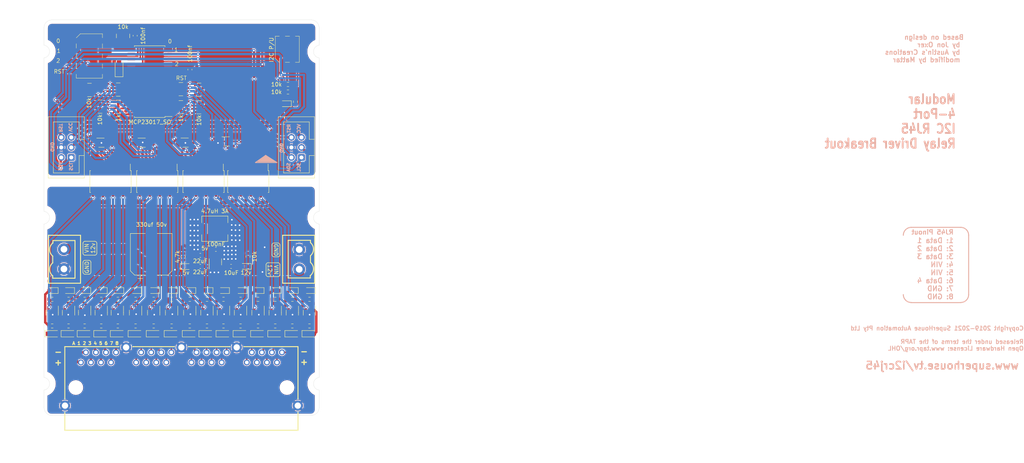
<source format=kicad_pcb>
(kicad_pcb (version 20211014) (generator pcbnew)
  (title_block (title "Modular 4-Port I2CRJ45 Relay Driver Breakout") (rev "2"))
  (layers (0 "F.Cu" signal) (31 "B.Cu" signal) (34 "B.Paste" user) (35 "F.Paste" user) (36 "B.SilkS" user "B.Silkscreen") (37 "F.SilkS" user "F.Silkscreen") (38 "B.Mask" user) (39 "F.Mask" user) (44 "Edge.Cuts" user))
  (net 0 "")
  (net 1 "Net-(C1-Pad1)")
  (net 2 "GNDREF")
  (net 3 "SCL")
  (net 4 "Net-(J1-Pad3)")
  (net 5 "SDA")
  (net 6 "RST")
  (net 7 "RC1-")
  (net 8 "RC2-")
  (net 9 "RC3-")
  (net 10 "RC4-")
  (net 11 "RC5-")
  (net 12 "RC6-")
  (net 13 "RC7-")
  (net 14 "RC8-")
  (net 15 "Net-(RN1-Pad7)")
  (net 16 "Net-(RN1-Pad5)")
  (net 17 "Net-(RN1-Pad6)")
  (net 22 "RC9-")
  (net 23 "RC10-")
  (net 24 "RC12-")
  (net 25 "RC13-")
  (net 26 "RC14-")
  (net 27 "RC15-")
  (net 28 "RC16-")
  (net 29 "Net-(LED51-Pad1)")
  (net 30 "Net-(LED52-Pad1)")
  (net 31 "Net-(LED53-Pad1)")
  (net 32 "Net-(LED54-Pad1)")
  (net 33 "Net-(LED55-Pad1)")
  (net 34 "Net-(LED56-Pad1)")
  (net 35 "Net-(LED57-Pad1)")
  (net 36 "Net-(LED58-Pad1)")
  (net 37 "Net-(D1-Pad1)")
  (net 38 "p2-a")
  (net 39 "p2-b")
  (net 40 "p2-c")
  (net 41 "p2-d")
  (net 42 "p4-a")
  (net 43 "p4-b")
  (net 44 "p4-c")
  (net 45 "p4-d")
  (net 46 "p1-a")
  (net 47 "p1-b")
  (net 48 "p1-c")
  (net 49 "p1-d")
  (net 50 "p3-a")
  (net 51 "p3-b")
  (net 52 "p3-c")
  (net 53 "p3-d")
  (net 54 "Net-(RN11-Pad5)")
  (net 55 "Net-(RN11-Pad6)")
  (net 56 "Net-(RN11-Pad7)")
  (net 57 "Net-(RN11-Pad8)")
  (net 58 "Net-(RN12-Pad5)")
  (net 59 "Net-(RN12-Pad6)")
  (net 60 "Net-(RN12-Pad7)")
  (net 63 "Net-(RN12-Pad8)")
  (net 64 "Net-(RN15-Pad5)")
  (net 65 "Net-(RN15-Pad6)")
  (net 66 "Net-(RN15-Pad7)")
  (net 67 "Net-(RN15-Pad8)")
  (net 69 "Net-(R3-Pad1)")
  (net 70 "Net-(R4-Pad1)")
  (net 71 "Net-(D3-Pad1)")
  (net 72 "Net-(D4-Pad1)")
  (net 73 "Net-(LED59-Pad1)")
  (net 74 "Net-(LED60-Pad1)")
  (net 75 "Net-(LED61-Pad1)")
  (net 76 "Net-(LED62-Pad1)")
  (net 77 "Net-(LED63-Pad1)")
  (net 78 "Net-(LED64-Pad1)")
  (net 79 "Net-(LED65-Pad1)")
  (net 80 "Net-(LED66-Pad1)")
  (net 81 "RC11-")
  (net 82 "VCC")
  (net 83 "RC10+")
  (net 84 "VDD")
  (net 85 "RC1+")
  (net 86 "RC2+")
  (net 87 "RC3+")
  (net 88 "RC4+")
  (net 89 "RC5+")
  (net 90 "RC6+")
  (net 91 "RC7+")
  (net 92 "RC8+")
  (net 93 "RC9+")
  (net 94 "RC11+")
  (net 95 "RC12+")
  (net 96 "RC13+")
  (net 97 "RC14+")
  (net 98 "RC15+")
  (net 99 "RC16+")
  (net 100 "Net-(RN16-Pad5)")
  (net 101 "Net-(RN16-Pad6)")
  (net 102 "Net-(RN16-Pad7)")
  (net 103 "Net-(RN16-Pad8)")
  (net 105 "GNDPWR")
  (net 106 "Net-(C6-Pad1)")
  (net 107 "Net-(C6-Pad2)")
  (net 108 "+5V")
  (net 109 "p1-a5")
  (net 110 "p1-b5")
  (net 111 "p1-c5")
  (net 112 "p1-d5")
  (net 113 "p2-a5")
  (net 114 "p2-b5")
  (net 115 "p2-c5")
  (net 116 "p2-d5")
  (net 117 "p3-a5")
  (net 118 "p3-b5")
  (net 119 "p3-c5")
  (net 120 "p3-d5")
  (net 121 "p4-a5")
  (net 122 "p4-b5")
  (net 123 "p4-c5")
  (net 124 "p4-d5")
  (net 125 "Net-(D2-Pad1)")
  (footprint "Connector_IDC:IDC-Header_2x03_P2.54mm_Vertical" (layer "F.Cu") (at 179.9336 54.864 180)
    (fp_text reference "J1" hide)
    (fp_text value "Conn_02x03_Odd_Even" hide)
  )
  (footprint "LED_SMD:LED_0603_1608Metric" (layer "F.Cu") (at 138.049 88.519 180)
    (fp_text reference "LED56" hide)
    (fp_text value "CH6/RED" hide)
  )
  (footprint "Resistor_SMD:R_0603_1608Metric" (layer "F.Cu") (at 151.718 97.4684)
    (fp_text reference "TH59" hide)
    (fp_text value "Fuse_PTC" hide)
  )
  (footprint "Diode_SMD:D_MicroSMP" (layer "F.Cu") (at 142.86215 99.441)
    (fp_text reference "D57" hide)
    (fp_text value "1N4004 SMB" hide)
  )
  (footprint "Diode_SMD:D_MicroSMP" (layer "F.Cu") (at 160.487 99.441)
    (fp_text reference "D61" hide)
    (fp_text value "1N4004 SMB" hide)
  )
  (footprint "Package_SO:SO-16_5.3x10.2mm_P1.27mm" (layer "F.Cu") (at 155.194 60.96 -90)
    (fp_text reference "U5" hide)
    (fp_text value "ELQ3H7(TA)" hide)
  )
  (footprint "LED_SMD:LED_0603_1608Metric" (layer "F.Cu") (at 181.9798 88.519 180)
    (fp_text reference "LED66" hide)
    (fp_text value "CH8/RED" hide)
  )
  (footprint "Package_TO_SOT_SMD:SOT-363_SC-70-6" (layer "F.Cu") (at 129.413 51.1238)
    (fp_text reference "D8" hide)
    (fp_text value "SMF05C.TCT")
  )
  (footprint "Package_SO:SO-16_5.3x10.2mm_P1.27mm" (layer "F.Cu") (at 143.51 60.96 -90)
    (fp_text reference "U4" hide)
    (fp_text value "ELQ3H7(TA)" hide)
  )
  (footprint "Diode_SMD:D_MicroSMP" (layer "F.Cu") (at 169.2193 99.441)
    (fp_text reference "D63" hide)
    (fp_text value "1N4004 SMB" hide)
  )
  (footprint "LED_SMD:LED_0603_1608Metric" (layer "F.Cu") (at 156.0943 88.519 180)
    (fp_text reference "LED60" hide)
    (fp_text value "CH6/RED" hide)
  )
  (footprint "LED_SMD:LED_0603_1608Metric" (layer "F.Cu") (at 165.7604 82.3976 180)
    (fp_text reference "D3" hide)
    (fp_text value "red/yellow" hide)
  )
  (footprint "Resistor_SMD:R_0603_1608Metric" (layer "F.Cu") (at 147.1385 90.7217)
    (fp_text reference "R58" hide)
    (fp_text value "10K" hide)
  )
  (footprint "Package_TO_SOT_SMD:SOT-23" (layer "F.Cu") (at 129.3585 94.107 -90)
    (fp_text reference "Q54" hide)
    (fp_text value "2N7002" hide)
  )
  (footprint "Package_TO_SOT_SMD:SOT-363_SC-70-6" (layer "F.Cu") (at 161.036 50.8)
    (fp_text reference "D7" hide)
    (fp_text value "SMF05C.TCT")
  )
  (footprint "Resistor_SMD:R_0603_1608Metric" (layer "F.Cu") (at 129.3585 97.4684)
    (fp_text reference "TH54" hide)
    (fp_text value "Fuse_PTC" hide)
  )
  (footprint "LED_SMD:LED_0603_1608Metric" (layer "F.Cu") (at 133.5695 88.519 180)
    (fp_text reference "LED55" hide)
    (fp_text value "CH5/RED" hide)
  )
  (footprint "Resistor_SMD:R_0603_1608Metric" (layer "F.Cu") (at 160.2345 97.4684)
    (fp_text reference "TH61" hide)
    (fp_text value "Fuse_PTC" hide)
  )
  (footprint "LED_SMD:LED_0603_1608Metric" (layer "F.Cu") (at 147.1585 88.519 180)
    (fp_text reference "LED58" hide)
    (fp_text value "CH8/RED" hide)
  )
  (footprint "Resistor_SMD:R_0603_1608Metric" (layer "F.Cu") (at 160.242 90.7217)
    (fp_text reference "R61" hide)
    (fp_text value "10K" hide)
  )
  (footprint "Package_TO_SOT_SMD:SOT-23" (layer "F.Cu") (at 125.1675 94.092762 -90)
    (fp_text reference "Q53" hide)
    (fp_text value "2N7002" hide)
  )
  (footprint "Package_TO_SOT_SMD:SOT-23" (layer "F.Cu") (at 168.9668 94.107 -90)
    (fp_text reference "Q63" hide)
    (fp_text value "2N7002" hide)
  )
  (footprint "LED_SMD:LED_0603_1608Metric" (layer "F.Cu") (at 168.9943 88.519 180)
    (fp_text reference "LED63" hide)
    (fp_text value "CH5/RED" hide)
  )
  (footprint "LED_SMD:LED_0603_1608Metric" (layer "F.Cu") (at 177.6535 88.519 180)
    (fp_text reference "LED65" hide)
    (fp_text value "CH7/RED" hide)
  )
  (footprint "Vizista:CONN-TH_WJ2EDGVC-5.08-2P" (layer "F.Cu") (at 179.3679 80.6348 90)
    (fp_text reference "J4" hide)
    (fp_text value "Screw_Terminal_01x02" hide)
  )
  (footprint "Connector_IDC:IDC-Header_2x03_P2.54mm_Vertical" (layer "F.Cu") (at 121.793 54.864 180)
    (fp_text reference "J2" hide)
    (fp_text value "Conn_02x03_Odd_Even" hide)
  )
  (footprint "Resistor_SMD:R_Array_Convex_4x0603" (layer "F.Cu") (at 129.0828 42.0116)
    (fp_text reference "RN9" hide)
    (fp_text value "10k")
  )
  (footprint "Resistor_SMD:R_0603_1608Metric" (layer "F.Cu") (at 166.4208 79.9084 -90)
    (fp_text reference "R5" hide)
    (fp_text value "10k")
  )
  (footprint "LED_SMD:LED_0603_1608Metric" (layer "F.Cu") (at 150.7744 82.4484)
    (fp_text reference "D2" hide)
    (fp_text value "red")
  )
  (footprint "Capacitor_SMD:C_0603_1608Metric" (layer "F.Cu") (at 137.922 24.0728 90)
    (fp_text reference "C1" hide)
    (fp_text value "100nf")
  )
  (footprint "Resistor_SMD:R_Array_Convex_4x0603" (layer "F.Cu") (at 134.874 24.13 -90)
    (fp_text reference "RN1" hide)
    (fp_text value "10k")
  )
  (footprint "Diode_SMD:D_MicroSMP" (layer "F.Cu") (at 173.5605 99.441)
    (fp_text reference "D64" hide)
    (fp_text value "1N4004 SMB" hide)
  )
  (footprint "Capacitor_SMD:C_0603_1608Metric" (layer "F.Cu") (at 162.1536 82.3976 180)
    (fp_text reference "C9" hide)
    (fp_text value "10uF")
  )
  (footprint "Resistor_SMD:R_0603_1608Metric" (layer "F.Cu") (at 176.52335 36.3963 180)
    (fp_text reference "R4" hide)
    (fp_text value "10k")
  )
  (footprint "Resistor_SMD:R_0603_1608Metric" (layer "F.Cu") (at 156.0743 90.7217)
    (fp_text reference "R60" hide)
    (fp_text value "10K" hide)
  )
  (footprint "LED_SMD:LED_0603_1608Metric" (layer "F.Cu") (at 142.621 88.519 180)
    (fp_text reference "LED57" hide)
    (fp_text value "CH7/RED" hide)
  )
  (footprint "Resistor_SMD:R_Array_Convex_4x0603" (layer "F.Cu") (at 126.3904 37.7952)
    (fp_text reference "RN7" hide)
    (fp_text value "10k" hide)
  )
  (footprint "Package_TO_SOT_SMD:TSOT-23-6" (layer "F.Cu") (at 158.1912 81.267 90)
    (fp_text reference "U2" hide)
    (fp_text value "AP63205WU" hide)
  )
  (footprint "Diode_SMD:D_MicroSMP" (layer "F.Cu") (at 125.42 99.441)
    (fp_text reference "D53" hide)
    (fp_text value "1N4004 SMB" hide)
  )
  (footprint "Resistor_SMD:R_0603_1608Metric" (layer "F.Cu") (at 156.0668 97.4684)
    (fp_text reference "TH60" hide)
    (fp_text value "Fuse_PTC" hide)
  )
  (footprint "Capacitor_SMD:C_0603_1608Metric" (layer "F.Cu") (at 154.3812 79.616)
    (fp_text reference "C7" hide)
    (fp_text value "22uF")
  )
  (footprint "Capacitor_SMD:C_0603_1608Metric" (layer "F.Cu") (at 154.3682 82.41)
    (fp_text reference "C8" hide)
    (fp_text value "22uF")
  )
  (footprint "Resistor_SMD:R_0603_1608Metric" (layer "F.Cu") (at 125.1675 90.7217)
    (fp_text reference "R53" hide)
    (fp_text value "10K" hide)
  )
  (footprint "Package_TO_SOT_SMD:SOT-363_SC-70-6" (layer "F.Cu") (at 150.68135 51.1088)
    (fp_text reference "D6" hide)
    (fp_text value "SMF05C.TCT")
  )
  (footprint "Resistor_SMD:R_0603_1608Metric" (layer "F.Cu") (at 138.0355 97.4684)
    (fp_text reference "TH56" hide)
    (fp_text value "Fuse_PTC" hide)
  )
  (footprint "LED_SMD:LED_0603_1608Metric" (layer "F.Cu") (at 125.222 88.519 180)
    (fp_text reference "LED53" hide)
    (fp_text value "CH3/RED" hide)
  )
  (footprint "Resistor_SMD:R_Array_Convex_4x0603" (layer "F.Cu") (at 133.6548 37.7028)
    (fp_text reference "RN16" hide)
    (fp_text value "1k" hide)
  )
  (footprint "Package_SO:SO-16_5.3x10.2mm_P1.27mm" (layer "F.Cu") (at 131.699 60.96 -90)
    (fp_text reference "U3" hide)
    (fp_text value "ELQ3H7(TA)" hide)
  )
  (footprint "Package_TO_SOT_SMD:SOT-23" (layer "F.Cu") (at 147.1385 94.107 -90)
    (fp_text reference "Q58" hide)
    (fp_text value "2N7002" hide)
  )
  (footprint "Resistor_SMD:R_0603_1608Metric" (layer "F.Cu") (at 116.967 90.7217)
    (fp_text reference "R51" hide)
    (fp_text value "10K" hide)
  )
  (footprint "Resistor_SMD:R_0603_1608Metric" (layer "F.Cu") (at 125.1675 97.4684)
    (fp_text reference "TH53" hide)
    (fp_text value "Fuse_PTC" hide)
  )
  (footprint "LED_SMD:LED_0603_1608Metric" (layer "F.Cu") (at 160.262 88.519 180)
    (fp_text reference "LED61" hide)
    (fp_text value "CH7/RED" hide)
  )
  (footprint "LED_SMD:LED_0603_1608Metric" (layer "F.Cu") (at 173.3355 88.519 180)
    (fp_text reference "LED64" hide)
    (fp_text value "CH6/RED" hide)
  )
  (footprint "Inductor_SMD:L_6.3x6.3_H3" (layer "F.Cu") (at 158.0512 72.885 180)
    (fp_text reference "L1" hide)
    (fp_text value "4.7uH 3A")
  )
  (footprint "Resistor_SMD:R_0603_1608Metric" (layer "F.Cu") (at 129.3585 90.7217)
    (fp_text reference "R54" hide)
    (fp_text value "10K" hide)
  )
  (footprint "Resistor_SMD:R_0603_1608Metric" (layer "F.Cu") (at 142.60965 97.4684)
    (fp_text reference "TH57" hide)
    (fp_text value "Fuse_PTC" hide)
  )
  (footprint "Diode_SMD:D_MicroSMP" (layer "F.Cu") (at 133.802 99.441)
    (fp_text reference "D55" hide)
    (fp_text value "1N4004 SMB" hide)
  )
  (footprint "LED_SMD:LED_0603_1608Metric" (layer "F.Cu") (at 121.1235 88.519 180)
    (fp_text reference "LED52" hide)
    (fp_text value "CH2/RED" hide)
  )
  (footprint "Resistor_SMD:R_0603_1608Metric" (layer "F.Cu") (at 177.6335 90.7217)
    (fp_text reference "R65" hide)
    (fp_text value "10K" hide)
  )
  (footprint "Resistor_SMD:R_0603_1608Metric" (layer "F.Cu") (at 181.9523 97.4684)
    (fp_text reference "TH66" hide)
    (fp_text value "Fuse_PTC" hide)
  )
  (footprint "Capacitor_SMD:CP_Elec_10x10" (layer "F.Cu") (at 141.986 79.3496 90)
    (fp_text reference "C5" hide)
    (fp_text value "330uf 50v")
  )
  (footprint "Resistor_SMD:R_Array_Convex_4x0603" (layer "F.Cu") (at 149.479 37.592 180)
    (fp_text reference "RN15" hide)
    (fp_text value "1k" hide)
  )
  (footprint "Resistor_SMD:R_0603_1608Metric" (layer "F.Cu") (at 133.5495 97.4684)
    (fp_text reference "TH55" hide)
    (fp_text value "Fuse_PTC" hide)
  )
  (footprint "Resistor_SMD:R_0603_1608Metric" (layer "F.Cu") (at 147.1385 97.4684)
    (fp_text reference "TH58" hide)
    (fp_text value "Fuse_PTC" hide)
  )
  (footprint "Resistor_SMD:R_0603_1608Metric" (layer "F.Cu") (at 138.0355 90.7217)
    (fp_text reference "R56" hide)
    (fp_text value "10K" hide)
  )
  (footprint "Resistor_SMD:R_0603_1608Metric" (layer "F.Cu") (at 176.52335 38.3013 180)
    (fp_text reference "R3" hide)
    (fp_text value "10k")
  )
  (footprint "LED_SMD:LED_0603_1608Metric" (layer "F.Cu") (at 151.765 88.519 180)
    (fp_text reference "LED59" hide)
    (fp_text value "CH5/RED" hide)
  )
  (footprint "Package_TO_SOT_SMD:SOT-23" (layer "F.Cu") (at 177.626 94.107 -90)
    (fp_text reference "Q65" hide)
    (fp_text value "2N7002" hide)
  )
  (footprint "LED_SMD:LED_0603_1608Metric" (layer "F.Cu") (at 116.987 88.519 180)
    (fp_text reference "LED51" hide)
    (fp_text value "CH1/RED" hide)
  )
  (footprint "LED_SMD:LED_0603_1608Metric" (layer "F.Cu") (at 175.895 41.275 180)
    (fp_text reference "D4" hide)
    (fp_text value "blue" hide)
  )
  (footprint "Resistor_SMD:R_0603_1608Metric" (layer "F.Cu") (at 164.545 97.4684)
    (fp_text reference "TH62" hide)
    (fp_text value "Fuse_PTC" hide)
  )
  (footprint "Resistor_SMD:R_0603_1608Metric" (layer "F.Cu") (at 168.9668 97.4684)
    (fp_text reference "TH63" hide)
    (fp_text value "Fuse_PTC" hide)
  )
  (footprint "Resistor_SMD:R_0603_1608Metric" (layer "F.Cu") (at 173.3155 90.7217)
    (fp_text reference "R64" hide)
    (fp_text value "10K" hide)
  )
  (footprint "Diode_SMD:D_MicroSMP" (layer "F.Cu") (at 147.391 99.441)
    (fp_text reference "D58" hide)
    (fp_text value "1N4004 SMB" hide)
  )
  (footprint "Resistor_SMD:R_0603_1608Metric" (layer "F.Cu") (at 164.5525 90.7217)
    (fp_text reference "R62" hide)
    (fp_text value "10K" hide)
  )
  (footprint "Resistor_SMD:R_Array_Convex_4x0603" (layer "F.Cu") (at 154.0764 37.7444 180)
    (fp_text reference "RN5" hide)
    (fp_text value "10k" hide)
  )
  (footprint "Diode_SMD:D_MicroSMP" (layer "F.Cu") (at 177.8785 99.441)
    (fp_text reference "D65" hide)
    (fp_text value "1N4004 SMB" hide)
  )
  (footprint "Diode_SMD:D_MicroSMP" (layer "F.Cu") (at 156.1705 99.441)
    (fp_text reference "D60" hide)
    (fp_text value "1N4004 SMB" hide)
  )
  (footprint "Package_TO_SOT_SMD:SOT-23" (layer "F.Cu") (at 142.60965 94.107 -90)
    (fp_text reference "Q57" hide)
    (fp_text value "2N7002" hide)
  )
  (footprint "Diode_SMD:D_MicroSMP" (layer "F.Cu") (at 121.356 99.441)
    (fp_text reference "D52" hide)
    (fp_text value "1N4004 SMB" hide)
  )
  (footprint "Resistor_SMD:R_0603_1608Metric" (layer "F.Cu") (at 181.9598 90.7217)
    (fp_text reference "R66" hide)
    (fp_text value "10K" hide)
  )
  (footprint "Package_TO_SOT_SMD:SOT-23" (layer "F.Cu") (at 160.2345 94.107 -90)
    (fp_text reference "Q61" hide)
    (fp_text value "2N7002" hide)
  )
  (footprint "Package_SO:SOIC-28W_7.5x17.9mm_P1.27mm" (layer "F.Cu") (at 141.605 35.687 180)
    (fp_text reference "U1" hide)
    (fp_text value "MCP23017_SO")
  )
  (footprint "Diode_SMD:D_MicroSMP" (layer "F.Cu") (at 129.611 99.441)
    (fp_text reference "D54" hide)
    (fp_text value "1N4004 SMB" hide)
  )
  (footprint "Resistor_SMD:R_0603_1608Metric" (layer "F.Cu") (at 142.60965 90.7217)
    (fp_text reference "R57" hide)
    (fp_text value "10K" hide)
  )
  (footprint "Resistor_SMD:R_0603_1608Metric" (layer "F.Cu") (at 151.7255 90.7217)
    (fp_text reference "R59" hide)
    (fp_text value "10K" hide)
  )
  (footprint "Package_TO_SOT_SMD:SOT-23" (layer "F.Cu") (at 156.0668 94.107 -90)
    (fp_text reference "Q60" hide)
    (fp_text value "2N7002" hide)
  )
  (footprint "Resistor_SMD:R_Array_Convex_4x0603" (layer "F.Cu") (at 154.0764 42.164 180)
    (fp_text reference "RN3" hide)
    (fp_text value "10k")
  )
  (footprint "Resistor_SMD:R_Array_Convex_4x0603" (layer "F.Cu") (at 149.479 42.164 180)
    (fp_text reference "RN11" hide)
    (fp_text value "1k")
  )
  (footprint "Package_TO_SOT_SMD:SOT-23" (layer "F.Cu") (at 121.1035 94.107 -90)
    (fp_text reference "Q52" hide)
    (fp_text value "2N7002" hide)
  )
  (footprint "Package_TO_SOT_SMD:SOT-23" (layer "F.Cu") (at 151.718 94.107 -90)
    (fp_text reference "Q59" hide)
    (fp_text value "2N7002" hide)
  )
  (footprint "Package_TO_SOT_SMD:SOT-23" (layer "F.Cu") (at 138.0355 94.107 -90)
    (fp_text reference "Q56" hide)
    (fp_text value "2N7002" hide)
  )
  (footprint "Resistor_SMD:R_0603_1608Metric" (layer "F.Cu") (at 133.5495 90.7217)
    (fp_text reference "R55" hide)
    (fp_text value "10K" hide)
  )
  (footprint "Resistor_SMD:R_0603_1608Metric" (layer "F.Cu") (at 116.967 97.4684)
    (fp_text reference "TH51" hide)
    (fp_text value "Fuse_PTC" hide)
  )
  (footprint "Vizista:CONN-TH_WJ2EDGVC-5.08-2P" (layer "F.Cu") (at 119.9388 80.5688 -90)
    (fp_text reference "J3" hide)
    (fp_text value "Screw_Terminal_01x02" hide)
  )
  (footprint "Resistor_SMD:R_0603_1608Metric" (layer "F.Cu") (at 121.1035 90.7217)
    (fp_text reference "R52" hide)
    (fp_text value "10K" hide)
  )
  (footprint "Austins creations:2P_DIP" (layer "F.Cu") (at 176.403 27.5063 90)
    (fp_text reference "SW5" hide)
    (fp_text value "2P_DIP" hide)
  )
  (footprint "Package_SO:SO-16_5.3x10.2mm_P1.27mm" (layer "F.Cu") (at 166.497 60.96 -90)
    (fp_text reference "U6" hide)
    (fp_text value "ELQ3H7(TA)" hide)
  )
  (footprint "Resistor_SMD:R_Array_Convex_4x0603" (layer "F.Cu") (at 133.6548 42.0624)
    (fp_text reference "RN12" hide)
    (fp_text value "1k")
  )
  (footprint "Package_TO_SOT_SMD:SOT-23" (layer "F.Cu") (at 164.545 94.107 -90)
    (fp_text reference "Q62" hide)
    (fp_text value "2N7002" hide)
  )
  (footprint "Austins creations:4P_DIP" (layer "F.Cu") (at 126.365 29.21)
    (fp_text reference "SW1" hide)
    (fp_text value "SW_DIP_x04" hide)
  )
  (footprint "Diode_SMD:D_MicroSMP" (layer "F.Cu") (at 151.9705 99.441)
    (fp_text reference "D59" hide)
    (fp_text value "1N4004 SMB" hide)
  )
  (footprint "Diode_SMD:D_MicroSMP" (layer "F.Cu") (at 138.288 99.441)
    (fp_text reference "D56" hide)
    (fp_text value "1N4004 SMB" hide)
  )
  (footprint "Capacitor_SMD:C_0603_1608Metric" (layer "F.Cu") (at 158.3182 78.092 180)
    (fp_text reference "C6" hide)
    (fp_text value "100nF")
  )
  (footprint "Package_TO_SOT_SMD:SOT-23" (layer "F.Cu") (at 133.4225 94.107 -90)
    (fp_text reference "Q55" hide)
    (fp_text value "2N7002" hide)
  )
  (footprint "Resistor_SMD:R_0603_1608Metric" (layer "F.Cu") (at 178.435 40.767 90)
    (fp_text reference "R6" hide)
    (fp_text value "1k" hide)
  )
  (footprint "Resistor_SMD:R_0603_1608Metric" (layer "F.Cu") (at 168.9743 90.7217)
    (fp_text reference "R63" hide)
    (fp_text value "10K" hide)
  )
  (footprint "LED_SMD:LED_0603_1608Metric" (layer "F.Cu") (at 164.719 88.519 180)
    (fp_text reference "LED62" hide)
    (fp_text value "CH8/RED" hide)
  )
  (footprint "Package_TO_SOT_SMD:SOT-23" (layer "F.Cu") (at 116.967 94.107 -90)
    (fp_text reference "Q51" hide)
    (fp_text value "2N7002" hide)
  )
  (footprint "Diode_SMD:D_SOD-123F" (layer "F.Cu") (at 133.858 32.258 90)
    (fp_text reference "D1" hide)
    (fp_text value "SM4007" hide)
  )
  (footprint "Vizista:CONN-TH_DS1129-02-S80BP" (layer "F.Cu") (at 149.606 110.2475)
    (fp_text reference "RJ45-1" hide)
    (fp_text value "R-RJ45R04P-4000" hide)
  )
  (footprint "Capacitor_SMD:C_0603_1608Metric" (layer "F.Cu") (at 151.765 32.639 -90)
    (fp_text reference "C3" hide)
    (fp_text value "100nf")
  )
  (footprint "LED_SMD:LED_0603_1608Metric" (layer "F.Cu") (at 129.3785 88.519 180)
    (fp_text reference "LED54" hide)
    (fp_text value "CH4/RED" hide)
  )
  (footprint "Resistor_SMD:R_0603_1608Metric" (layer "F.Cu") (at 150.0632 79.9592 -90)
    (fp_text reference "R1" hide)
    (fp_text value "4.7k")
  )
  (footprint "Resistor_SMD:R_0603_1608Metric" (layer "F.Cu") (at 177.626 97.4684)
    (fp_text reference "TH65" hide)
    (fp_text value "Fuse_PTC" hide)
  )
  (footprint "Package_TO_SOT_SMD:SOT-23" (layer "F.Cu") (at 181.9523 94.107 -90)
    (fp_text reference "Q66" hide)
    (fp_text value "2N7002" hide)
  )
  (footprint "Diode_SMD:D_MicroSMP" (layer "F.Cu") (at 117.2195 99.441)
    (fp_text reference "D51" hide)
    (fp_text value "1N4004 SMB" hide)
  )
  (footprint "Resistor_SMD:R_0603_1608Metric" (layer "F.Cu") (at 121.1035 97.4684)
    (fp_text reference "TH52" hide)
    (fp_text value "Fuse_PTC" hide)
  )
  (footprint "Resistor_SMD:R_0603_1608Metric" (layer "F.Cu") (at 173.308 97.4684)
    (fp_text reference "TH64" hide)
    (fp_text value "Fuse_PTC" hide)
  )
  (footprint "Diode_SMD:D_MicroSMP" (layer "F.Cu") (at 182.2048 99.441)
    (fp_text reference "D66" hide)
    (fp_text value "1N4004 SMB" hide)
  )
  (footprint "Diode_SMD:D_MicroSMP" (layer "F.Cu") (at 164.7975 99.441)
    (fp_text reference "D62" hide)
    (fp_text value "1N4004 SMB" hide)
  )
  (footprint "Package_TO_SOT_SMD:SOT-363_SC-70-6" (layer "F.Cu") (at 139.82035 51.1238)
    (fp_text reference "D5" hide)
    (fp_text value "SMF05C.TCT")
  )
  (footprint "Package_TO_SOT_SMD:SOT-23" (layer "F.Cu") (at 173.308 94.107 -90)
    (fp_text reference "Q64" hide)
    (fp_text value "2N7002" hide)
  )
  (gr_line (start 348.456014 74.534986) (end 348.456014 89.534986) (layer "B.SilkS") (width 0.254))
  (gr_arc (start 348.456014 89.534986) (mid 347.870233 90.949214) (end 346.456014 91.534986) (layer "B.SilkS") (width 0.254))
  (gr_arc (start 333.956014 91.534986) (mid 332.541796 90.949204) (end 331.956014 89.534986) (layer "B.SilkS") (width 0.254))
  (gr_line (start 173.688351 56.1308) (end 170.894351 54.3528) (layer "B.SilkS") (width 0.254))
  (gr_line (start 173.180351 55.8768) (end 172.926351 55.8768) (layer "B.SilkS") (width 0.254))
  (gr_line (start 169.116351 55.8768) (end 170.894351 54.6068) (layer "B.SilkS") (width 0.254))
  (gr_arc (start 346.456014 72.534986) (mid 347.870223 73.120777) (end 348.456014 74.534986) (layer "B.SilkS") (width 0.254))
  (gr_line (start 168.354351 56.1308) (end 173.688351 56.1308) (layer "B.SilkS") (width 0.254))
  (gr_line (start 170.132351 55.3688) (end 171.402351 55.3688) (layer "B.SilkS") (width 0.4064))
  (gr_line (start 170.894351 54.3528) (end 168.354351 56.1308) (layer "B.SilkS") (width 0.254))
  (gr_line (start 171.402351 55.3688) (end 170.894351 55.1148) (layer "B.SilkS") (width 0.4064))
  (gr_arc (start 331.956014 74.534986) (mid 332.541806 73.120786) (end 333.956014 72.534986) (layer "B.SilkS") (width 0.254))
  (gr_line (start 346.451014 91.559986) (end 333.951014 91.559986) (layer "B.SilkS") (width 0.254))
  (gr_line (start 172.418351 55.6228) (end 170.894351 54.8608) (layer "B.SilkS") (width 0.4064))
  (gr_line (start 170.894351 54.6068) (end 172.926351 55.8768) (layer "B.SilkS") (width 0.254))
  (gr_line (start 172.926351 55.8768) (end 169.116351 55.8768) (layer "B.SilkS") (width 0.254))
  (gr_line (start 170.894351 54.8608) (end 170.132351 55.3688) (layer "B.SilkS") (width 0.4064))
  (gr_line (start 333.956014 72.534986) (end 346.456014 72.534986) (layer "B.SilkS") (width 0.254))
  (gr_line (start 169.624351 55.6228) (end 172.418351 55.6228) (layer "B.SilkS") (width 0.4064))
  (gr_arc (start 126.7449 83.8794) (mid 126.598453 84.232953) (end 126.2449 84.3794) (layer "F.SilkS") (width 0.15))
  (gr_arc (start 171.492047 84.989153) (mid 171.138494 84.842706) (end 170.992047 84.489153) (layer "F.SilkS") (width 0.15))
  (gr_arc (start 127.7449 76.0644) (mid 128.098453 76.210847) (end 128.2449 76.5644) (layer "F.SilkS") (width 0.15))
  (gr_line (start 174.492047 81.989153) (end 174.492047 84.489153) (layer "F.SilkS") (width 0.15))
  (gr_line (start 173.992047 79.989153) (end 172.992047 79.989153) (layer "F.SilkS") (width 0.15))
  (gr_line (start 127.7449 79.5644) (end 125.2449 79.5644) (layer "F.SilkS") (width 0.15))
  (gr_arc (start 124.7449 81.3794) (mid 124.891347 81.025847) (end 125.2449 80.8794) (layer "F.SilkS") (width 0.15))
  (gr_line (start 125.2449 76.0644) (end 127.7449 76.0644) (layer "F.SilkS") (width 0.15))
  (gr_arc (start 126.2449 80.8794) (mid 126.598453 81.025847) (end 126.7449 81.3794) (layer "F.SilkS") (width 0.15))
  (gr_arc (start 173.992047 81.489153) (mid 174.3456 81.6356) (end 174.492047 81.989153) (layer "F.SilkS") (width 0.15))
  (gr_arc (start 174.492047 79.489153) (mid 174.3456 79.842706) (end 173.992047 79.989153) (layer "F.SilkS") (width 0.15))
  (gr_arc (start 170.992047 81.989153) (mid 171.138494 81.6356) (end 171.492047 81.489153) (layer "F.SilkS") (width 0.15))
  (gr_arc (start 172.992047 79.989153) (mid 172.638494 79.842706) (end 172.492047 79.489153) (layer "F.SilkS") (width 0.15))
  (gr_line (start 170.992047 84.489153) (end 170.992047 81.989153) (layer "F.SilkS") (width 0.15))
  (gr_line (start 126.7449 81.3794) (end 126.7449 83.8794) (layer "F.SilkS") (width 0.15))
  (gr_line (start 172.492047 79.489153) (end 172.492047 76.989153) (layer "F.SilkS") (width 0.15))
  (gr_line (start 124.7449 79.0644) (end 124.7449 76.5644) (layer "F.SilkS") (width 0.15))
  (gr_line (start 125.2449 80.8794) (end 126.2449 80.8794) (layer "F.SilkS") (width 0.15))
  (gr_arc (start 174.492047 84.489153) (mid 174.3456 84.842706) (end 173.992047 84.989153) (layer "F.SilkS") (width 0.15))
  (gr_arc (start 128.2449 79.0644) (mid 128.098453 79.417953) (end 127.7449 79.5644) (layer "F.SilkS") (width 0.15))
  (gr_arc (start 125.2449 84.3794) (mid 124.891347 84.232953) (end 124.7449 83.8794) (layer "F.SilkS") (width 0.15))
  (gr_arc (start 172.492047 76.989153) (mid 172.638494 76.6356) (end 172.992047 76.489153) (layer "F.SilkS") (width 0.15))
  (gr_line (start 173.992047 76.489153) (end 172.992047 76.489153) (layer "F.SilkS") (width 0.15))
  (gr_line (start 173.992047 84.989153) (end 171.492047 84.989153) (layer "F.SilkS") (width 0.15))
  (gr_line (start 171.492047 81.489153) (end 173.992047 81.489153) (layer "F.SilkS") (width 0.15))
  (gr_line (start 174.492047 79.489153) (end 174.492047 76.989153) (layer "F.SilkS") (width 0.15))
  (gr_line (start 124.7449 81.3794) (end 124.7449 83.8794) (layer "F.SilkS") (width 0.15))
  (gr_line (start 125.2449 84.3794) (end 126.2449 84.3794) (layer "F.SilkS") (width 0.15))
  (gr_arc (start 125.2449 79.5644) (mid 124.891347 79.417953) (end 124.7449 79.0644) (layer "F.SilkS") (width 0.15))
  (gr_line (start 128.2449 76.5644) (end 128.2449 79.0644) (layer "F.SilkS") (width 0.15))
  (gr_arc (start 173.992047 76.489153) (mid 174.3456 76.6356) (end 174.492047 76.989153) (layer "F.SilkS") (width 0.15))
  (gr_arc (start 124.7449 76.5644) (mid 124.891347 76.210847) (end 125.2449 76.0644) (layer "F.SilkS") (width 0.15))
  (gr_line (start 184.396 71.682) (end 184.396 110.482) (layer "Edge.Cuts") (width 0.05))
  (gr_line (start 184.396 113.682) (end 184.396 118.082) (layer "Edge.Cuts") (width 0.05))
  (gr_line (start 182.396 120.082) (end 116.896 120.082) (layer "Edge.Cuts") (width 0.05))
  (gr_arc (start 114.896 22.082) (mid 115.481786 20.667786) (end 116.896 20.082) (layer "Edge.Cuts") (width 0.05))
  (gr_arc (start 184.396 118.082) (mid 183.810214 119.496214) (end 182.396 120.082) (layer "Edge.Cuts") (width 0.05))
  (gr_line (start 116.896 20.082) (end 182.396 20.082) (layer "Edge.Cuts") (width 0.05))
  (gr_arc (start 114.896 26.482) (mid 116.307839 28.082) (end 114.896 29.682) (layer "Edge.Cuts") (width 0.05))
  (gr_arc (start 184.396 29.682) (mid 182.984161 28.082) (end 184.396 26.482) (layer "Edge.Cuts") (width 0.05))
  (gr_arc (start 184.396 71.682) (mid 182.984161 70.082) (end 184.396 68.482) (layer "Edge.Cuts") (width 0.05))
  (gr_line (start 184.396 22.082) (end 184.396 26.482) (layer "Edge.Cuts") (width 0.05))
  (gr_line (start 114.896 118.082) (end 114.896 113.682) (layer "Edge.Cuts") (width 0.05))
  (gr_arc (start 114.896 110.482) (mid 116.307839 112.082) (end 114.896 113.682) (layer "Edge.Cuts") (width 0.05))
  (gr_line (start 114.896 22.082) (end 114.896 26.482) (layer "Edge.Cuts") (width 0.05))
  (gr_line (start 114.896 29.682) (end 114.896 68.482) (layer "Edge.Cuts") (width 0.05))
  (gr_arc (start 184.396 113.682) (mid 182.984161 112.082) (end 184.396 110.482) (layer "Edge.Cuts") (width 0.05))
  (gr_line (start 184.396 68.482) (end 184.396 29.682) (layer "Edge.Cuts") (width 0.05))
  (gr_arc (start 114.896 68.482) (mid 116.307839 70.082) (end 114.896 71.682) (layer "Edge.Cuts") (width 0.05))
  (gr_arc (start 182.396 20.082) (mid 183.810214 20.667786) (end 184.396 22.082) (layer "Edge.Cuts") (width 0.05))
  (gr_arc (start 116.896 120.082) (mid 115.481786 119.496214) (end 114.896 118.082) (layer "Edge.Cuts") (width 0.05))
  (gr_line (start 114.896 71.682) (end 114.896 110.482) (layer "Edge.Cuts") (width 0.05))
  (gr_text "www.superhouse.tv/i2crj45" (at 341.757 108.585) (layer "B.SilkS") (effects (font (size 1.909 1.909) (thickness 0.391)) (justify bottom mirror)))
  (gr_text "Modular\n4-Port\nI2C RJ45\nRelay Driver Breakout" (at 345.44 52.705) (layer "B.SilkS") (effects (font (size 2.324 2) (thickness 0.476)) (justify left bottom mirror)))
  (gr_text "VCC" (at 121.567 47.197 270) (layer "B.SilkS") (effects (font (size 0.8 0.8) (thickness 0.2)) (justify mirror)))
  (gr_text "RST" (at 119.067 47.397 270) (layer "B.SilkS") (effects (font (size 0.8 0.8) (thickness 0.2)) (justify mirror)))
  (gr_text "RST" (at 176.779 47.551 90) (layer "B.SilkS") (effects (font (size 0.8 0.8) (thickness 0.2)) (justify mirror)))
  (gr_text "1: Data 1\n2: Data 2\n3: Data 3\n4: VIN\n5: VIN\n6: Data 4\n7: GND\n8: GND" (at 344.773014 90.797986) (layer "B.SilkS") (effects (font (size 1.26 1.26) (thickness 0.24)) (justify left bottom mirror)))
  (gr_text "GND" (at 116.967 52.197 270) (layer "B.SilkS") (effects (font (size 0.8 0.8) (thickness 0.2)) (justify mirror)))
  (gr_text "SDA" (at 118.967 57.097 -90) (layer "B.SilkS") (effects (font (size 0.8 0.8) (thickness 0.2)) (justify mirror)))
  (gr_text "RJ45 Pinout" (at 344.773014 74.414986) (layer "B.SilkS") (effects (font (size 1.148 1.148) (thickness 0.252)) (justify left bottom mirror)))
  (gr_text "Copyright 2019-2021 SuperHouse Automation Pty Ltd\n\nReleased under the terms of the TAPR\nOpen Hardware License: www.tapr.org/OHL" (at 362.458 103.759) (layer "B.SilkS") (effects (font (size 1.0541 1.0541) (thickness 0.2159)) (justify left bottom mirror)))
  (gr_text "Based on design \n by Jon Oxer\n by Austin's Creations\n modified by Mattar\n" (at 347.345 30.861) (layer "B.SilkS") (effects (font (size 1.180592 1.180592) (thickness 0.241808)) (justify left bottom mirror)))
  (gr_text "SCL" (at 121.667 57.097 270) (layer "B.SilkS") (effects (font (size 0.8 0.8) (thickness 0.2)) (justify mirror)))
  (gr_text "SCL" (at 179.279 57.351 90) (layer "B.SilkS") (effects (font (size 0.8 0.8) (thickness 0.2)) (justify mirror)))
  (gr_text "SDA" (at 176.679 57.351 90) (layer "B.SilkS") (effects (font (size 0.8 0.8) (thickness 0.2)) (justify mirror)))
  (gr_text "GND" (at 174.879 52.451 90) (layer "B.SilkS") (effects (font (size 0.8 0.8) (thickness 0.2)) (justify mirror)))
  (gr_text "VCC" (at 179.279 47.551 90) (layer "B.SilkS") (effects (font (size 0.8 0.8) (thickness 0.2)) (justify mirror)))
  (gr_text "A 1 2 3 4 5 6 7 8" (at 127.889 101.854) (layer "F.SilkS") (effects (font (size 0.8 0.8) (thickness 0.2))))
  (gr_text "RST" (at 118.745 33.147) (layer "F.SilkS") (effects (font (size 1 1) (thickness 0.125))))
  (gr_text "2" (at 148.4376 31.242) (layer "F.SilkS") (effects (font (size 1 1) (thickness 0.125))))
  (gr_text "1" (at 118.618 27.9028) (layer "F.SilkS") (effects (font (size 1 1) (thickness 0.125))))
  (gr_text "-" (at 180.594 103.886) (layer "F.SilkS") (effects (font (size 1.5 1.5) (thickness 0.3))))
  (gr_text "GND" (at 173.492047 78.239153 270) (layer "F.SilkS") (effects (font (size 1 1))))
  (gr_text "10k" (at 126.2888 41.0972 90) (layer "F.SilkS") (effects (font (size 1 1))))
  (gr_text "I2C P/U" (at 172.3644 27.6352 90) (layer "F.SilkS") (effects (font (size 1 1))))
  (gr_text "VIN\n12v" (at 172.742047 83.239153 270) (layer "F.SilkS") (effects (font (size 1 1))))
  (gr_text "+" (at 180.594 106.553) (layer "F.SilkS") (effects (font (size 1.5 1.5) (thickness 0.3))))
  (gr_text "VIN\n12v" (at 126.4949 77.8144 90) (layer "F.SilkS") (effects (font (size 1 1))))
  (gr_text "0" (at 146.70835 25.5028) (layer "F.SilkS") (effects (font (size 1 1) (thickness 0.125))))
  (gr_text "2" (at 118.491 30.4028) (layer "F.SilkS") (effects (font (size 1 1) (thickness 0.125))))
  (gr_text "1" (at 148.2852 27.6352) (layer "F.SilkS") (effects (font (size 1 1) (thickness 0.125))))
  (gr_text "GND" (at 125.7449 82.6294 90) (layer "F.SilkS") (effects (font (size 1 1))))
  (gr_text "RST" (at 149.606 34.798) (layer "F.SilkS") (effects (font (size 1 1) (thickness 0.125))))
  (gr_text "+" (at 118.491 106.68) (layer "F.SilkS") (effects (font (size 1.5 1.5) (thickness 0.3))))
  (gr_text "-" (at 118.491 104.013) (layer "F.SilkS") (effects (font (size 1.5 1.5) (thickness 0.3))))
  (gr_text "0" (at 118.491 25.4028) (layer "F.SilkS") (effects (font (size 1 1) (thickness 0.125))))
  (segment (start 136.074 25.03) (end 136.1438 25.0998) (width 0.4064) (layer "F.Cu") (net 1))
  (segment (start 139.827 26.416) (end 139.827 31.242) (width 0.4064) (layer "F.Cu") (net 1))
  (segment (start 137.922 24.8478) (end 137.7508 25.019) (width 0.4064) (layer "F.Cu") (net 1))
  (segment (start 134.242 31.242) (end 133.858 30.858) (width 0.4064) (layer "F.Cu") (net 1))
  (segment (start 136.955 31.242) (end 134.242 31.242) (width 0.4064) (layer "F.Cu") (net 1))
  (segment (start 136.1438 25.0998) (end 138.5108 25.0998) (width 0.4064) (layer "F.Cu") (net 1))
  (segment (start 137.7508 25.019) (end 136.085 25.019) (width 0.4064) (layer "F.Cu") (net 1))
  (segment (start 139.827 31.242) (end 136.955 31.242) (width 0.4064) (layer "F.Cu") (net 1))
  (segment (start 138.5108 25.0998) (end 139.827 26.416) (width 0.4064) (layer "F.Cu") (net 1))
  (segment (start 136.085 25.019) (end 136.074 25.03) (width 0.4064) (layer "F.Cu") (net 1))
  (via (at 129.413 51.181) (size 0.8) (drill 0.4) (layers "F.Cu" "B.Cu") (net 2))
  (via (at 158.8516 51.2064) (size 0.8) (drill 0.4) (layers "F.Cu" "B.Cu") (net 2))
  (via (at 150.622 51.181) (size 0.8) (drill 0.4) (layers "F.Cu" "B.Cu") (net 2))
  (via (at 139.827 51.054) (size 0.8) (drill 0.4) (layers "F.Cu" "B.Cu") (net 2))
  (segment (start 173.99 35.13295) (end 174.36435 35.5073) (width 0.25) (layer "F.Cu") (net 3))
  (segment (start 174.36435 36.9673) (end 175.69835 38.3013) (width 0.25) (layer "F.Cu") (net 3))
  (segment (start 174.36435 35.5073) (end 174.36435 36.9673) (width 0.25) (layer "F.Cu") (net 3))
  (segment (start 146.2708 29.9878) (end 146.255 29.972) (width 0.6096) (layer "F.Cu") (net 3))
  (segment (start 153.797 29.9528) (end 153.762 29.9878) (width 0.6096) (layer "F.Cu") (net 3))
  (segment (start 173.99 34.798) (end 173.99 35.13295) (width 0.25) (layer "F.Cu") (net 3))
  (segment (start 153.762 29.9878) (end 146.2708 29.9878) (width 0.6096) (layer "F.Cu") (net 3))
  (via (at 153.797 29.9528) (size 0.8) (drill 0.4) (layers "F.Cu" "B.Cu") (net 3))
  (via (at 173.99 34.798) (size 0.7564) (drill 0.35) (layers "F.Cu" "B.Cu") (net 3))
  (segment (start 153.797 29.9528) (end 124.892618 29.9528) (width 0.6096) (layer "B.Cu") (net 3))
  (segment (start 121.27835 40.13865) (end 117.50835 43.90865) (width 0.6096) (layer "B.Cu") (net 3))
  (segment (start 118.310823 56.4728) (end 120.1842 56.4728) (width 0.6096) (layer "B.Cu") (net 3))
  (segment (start 174.23735 57.658) (end 177.546 57.658) (width 0.6096) (layer "B.Cu") (net 3))
  (segment (start 173.863 34.671) (end 173.99 34.798) (width 0.6096) (layer "B.Cu") (net 3))
  (segment (start 121.27835 33.567068) (end 121.27835 40.13865) (width 0.6096) (layer "B.Cu") (net 3))
  (segment (start 177.546 57.658) (end 179.9336 55.2704) (width 0.6096) (layer "B.Cu") (net 3))
  (segment (start 177.279894 42.430106) (end 174.23735 45.47265) (width 0.6096) (layer "B.Cu") (net 3))
  (segment (start 173.99 34.798) (end 174.0643 34.8723) (width 0.6096) (layer "B.Cu") (net 3))
  (segment (start 179.9336 55.2704) (end 179.9336 54.864) (width 0.6096) (layer "B.Cu") (net 3))
  (segment (start 173.863 30.861) (end 173.863 34.671) (width 0.6096) (layer "B.Cu") (net 3))
  (segment (start 174.23735 45.47265) (end 174.23735 57.658) (width 0.6096) (layer "B.Cu") (net 3))
  (segment (start 174.0643 34.8723) (end 179.57135 34.8723) (width 0.6096) (layer "B.Cu") (net 3))
  (segment (start 120.1842 56.4728) (end 121.793 54.864) (width 0.6096) (layer "B.Cu") (net 3))
  (segment (start 117.50835 43.90865) (end 117.50835 55.670327) (width 0.6096) (layer "B.Cu") (net 3))
  (segment (start 172.9548 29.9528) (end 173.863 30.861) (width 0.6096) (layer "B.Cu") (net 3))
  (segment (start 117.50835 55.670327) (end 118.310823 56.4728) (width 0.6096) (layer "B.Cu") (net 3))
  (segment (start 153.797 29.9528) (end 172.9548 29.9528) (width 0.6096) (layer "B.Cu") (net 3))
  (segment (start 179.00835 42.430106) (end 177.279894 42.430106) (width 0.6096) (layer "B.Cu") (net 3))
  (segment (start 124.892618 29.9528) (end 121.27835 33.567068) (width 0.6096) (layer "B.Cu") (net 3))
  (segment (start 179.57135 41.867106) (end 179.00835 42.430106) (width 0.6096) (layer "B.Cu") (net 3))
  (segment (start 179.57135 34.8723) (end 179.57135 41.867106) (width 0.6096) (layer "B.Cu") (net 3))
  (segment (start 181.2884 55.776648) (end 180.719248 56.3458) (width 0.6096) (layer "F.Cu") (net 4))
  (segment (start 175.1752 52.8742) (end 170.307 48.006) (width 0.6096) (layer "F.Cu") (net 4))
  (segment (start 181.2884 53.6788) (end 181.2884 55.776648) (width 0.6096) (layer "F.Cu") (net 4))
  (segment (start 179.9336 52.324) (end 181.2884 53.6788) (width 0.6096) (layer "F.Cu") (net 4))
  (segment (start 175.1752 55.552177) (end 175.1752 52.8742) (width 0.6096) (layer "F.Cu") (net 4))
  (segment (start 170.307 48.006) (end 126.111 48.006) (width 0.6096) (layer "F.Cu") (net 4))
  (segment (start 126.111 48.006) (end 121.793 52.324) (width 0.6096) (layer "F.Cu") (net 4))
  (segment (start 180.719248 56.3458) (end 175.968823 56.3458) (width 0.6096) (layer "F.Cu") (net 4))
  (segment (start 175.968823 56.3458) (end 175.1752 55.552177) (width 0.6096) (layer "F.Cu") (net 4))
  (segment (start 153.8078 28.7128) (end 153.8028 28.7178) (width 0.6096) (layer "F.Cu") (net 5))
  (segment (start 174.879 33.9833) (end 175.69835 34.80265) (width 0.25) (layer "F.Cu") (net 5))
  (segment (start 119.126 57.531) (end 119.126 54.991) (width 0.6096) (layer "F.Cu") (net 5))
  (segment (start 119.126 54.991) (end 119.253 54.864) (width 0.6096) (layer "F.Cu") (net 5))
  (segment (start 153.8028 28.7178) (end 146.2708 28.7178) (width 0.6096) (layer "F.Cu") (net 5))
  (segment (start 175.69835 34.80265) (end 175.69835 36.3963) (width 0.25) (layer "F.Cu") (net 5))
  (segment (start 146.2708 28.7178) (end 146.255 28.702) (width 0.6096) (layer "F.Cu") (net 5))
  (via (at 153.8078 28.7128) (size 0.8) (drill 0.4) (layers "F.Cu" "B.Cu") (net 5))
  (via (at 119.126 57.531) (size 0.7564) (drill 0.35) (layers "F.Cu" "B.Cu") (net 5))
  (via (at 174.879 33.9833) (size 0.7564) (drill 0.35) (layers "F.Cu" "B.Cu") (net 5))
  (segment (start 118.224075 57.531) (end 119.126 57.531) (width 0.6096) (layer "B.Cu") (net 5))
  (segment (start 174.203297 28.7128) (end 174.752 29.261503) (width 0.6096) (layer "B.Cu") (net 5))
  (segment (start 179.343018 43.239706) (end 177.867294 43.239706) (width 0.6096) (layer "B.Cu") (net 5))
  (segment (start 175.12635 45.98065) (end 175.12635 52.59675) (width 0.6096) (layer "B.Cu") (net 5))
  (segment (start 120.46923 39.55077) (end 116.69923 43.32077) (width 0.6096) (layer "B.Cu") (net 5))
  (segment (start 174.752 33.8563) (end 174.879 33.9833) (width 0.6096) (layer "B.Cu") (net 5))
  (segment (start 120.46923 33.23192) (end 120.46923 39.55077) (width 0.6096) (layer "B.Cu") (net 5))
  (segment (start 180.594 41.988724) (end 179.343018 43.239706) (width 0.6096) (layer "B.Cu") (net 5))
  (segment (start 175.12635 52.59675) (end 177.3936 54.864) (width 0.6096) (layer "B.Cu") (net 5))
  (segment (start 116.69923 56.006155) (end 118.224075 57.531) (width 0.6096) (layer "B.Cu") (net 5))
  (segment (start 177.867294 43.239706) (end 175.12635 45.98065) (width 0.6096) (layer "B.Cu") (net 5))
  (segment (start 153.8078 28.7128) (end 174.203297 28.7128) (width 0.6096) (layer "B.Cu") (net 5))
  (segment (start 180.594 33.9833) (end 180.594 41.988724) (width 0.6096) (layer "B.Cu") (net 5))
  (segment (start 153.8078 28.7128) (end 153.7578 28.7628) (width 0.6096) (layer "B.Cu") (net 5))
  (segment (start 174.879 33.9833) (end 180.594 33.9833) (width 0.6096) (layer "B.Cu") (net 5))
  (segment (start 116.69923 43.32077) (end 116.69923 56.006155) (width 0.6096) (layer "B.Cu") (net 5))
  (segment (start 174.752 29.261503) (end 174.752 33.8563) (width 0.6096) (layer "B.Cu") (net 5))
  (segment (start 124.93835 28.7628) (end 120.46923 33.23192) (width 0.6096) (layer "B.Cu") (net 5))
  (segment (start 153.7578 28.7628) (end 124.93835 28.7628) (width 0.6096) (layer "B.Cu") (net 5))
  (segment (start 119.01836 41.42136) (end 119.01836 49.54936) (width 0.6096) (layer "F.Cu") (net 6))
  (segment (start 119.01836 49.54936) (end 119.253 49.784) (width 0.6096) (layer "F.Cu") (net 6))
  (segment (start 120.49835 31.9328) (end 121.58555 33.02) (width 0.8128) (layer "F.Cu") (net 6))
  (segment (start 167.965071 34.9948) (end 167.965071 27.886221) (width 0.6096) (layer "F.Cu") (net 6))
  (segment (start 174.1037 49.784) (end 177.3936 49.784) (width 0.6096) (layer "F.Cu") (net 6))
  (segment (start 117.856 40.259) (end 119.01836 41.42136) (width 0.6096) (layer "F.Cu") (net 6))
  (segment (start 121.58555 33.02) (end 122.415 33.02) (width 0.8128) (layer "F.Cu") (net 6))
  (segment (start 167.965071 27.886221) (end 167.88735 27.8085) (width 0.6096) (layer "F.Cu") (net 6))
  (segment (start 171.95135 47.63165) (end 174.1037 49.784) (width 0.6096) (layer "F.Cu") (net 6))
  (via (at 171.95135 47.63165) (size 0.8) (drill 0.4) (layers "F.Cu" "B.Cu") (net 6))
  (via (at 117.856 40.259) (size 0.8) (drill 0.4) (layers "F.Cu" "B.Cu") (net 6))
  (via (at 167.965071 34.9948) (size 0.8) (drill 0.4) (layers "F.Cu" "B.Cu") (net 6))
  (via (at 167.88735 27.8085) (size 0.8) (drill 0.4) (layers "F.Cu" "B.Cu") (net 6))
  (via (at 120.49835 31.9328) (size 0.7564) (drill 0.35) (layers "F.Cu" "B.Cu") (net 6))
  (segment (start 119.66011 38.45489) (end 119.66011 32.86689) (width 0.6096) (layer "B.Cu") (net 6))
  (segment (start 171.95135 47.63165) (end 171.95135 47.1868) (width 0.6096) (layer "B.Cu") (net 6))
  (segment (start 167.88735 27.8085) (end 124.62265 27.8085) (width 0.6096) (layer "B.Cu") (net 6))
  (segment (start 119.66011 32.86689) (end 120.49835 32.02865) (width 0.6096) (layer "B.Cu") (net 6))
  (segment (start 167.9956 35.025329) (end 167.965071 34.9948) (width 0.6096) (layer "B.Cu") (net 6))
  (segment (start 124.62265 27.8085) (end 120.49835 31.9328) (width 0.6096) (layer "B.Cu") (net 6))
  (segment (start 167.9956 43.23105) (end 167.9956 35.025329) (width 0.6096) (layer "B.Cu") (net 6))
  (segment (start 120.49835 32.02865) (end 120.49835 31.9328) (width 0.6096) (layer "B.Cu") (net 6))
  (segment (start 171.95135 47.1868) (end 167.9956 43.23105) (width 0.6096) (layer "B.Cu") (net 6))
  (segment (start 117.856 40.259) (end 119.66011 38.45489) (width 0.6096) (layer "B.Cu") (net 6))
  (segment (start 118.2395 99.441) (end 118.2395 99.5705) (width 0.6096) (layer "F.Cu") (net 7))
  (segment (start 117.917 93.741475) (end 117.917 93.1695) (width 0.6096) (layer "F.Cu") (net 7))
  (segment (start 118.6968 94.521275) (end 117.917 93.741475) (width 0.6096) (layer "F.Cu") (net 7))
  (segment (start 118.2395 99.5705) (end 122.8215 104.1525) (width 0.6096) (layer "F.Cu") (net 7))
  (segment (start 116.142 90.7217) (end 116.2487 90.7217) (width 0.6096) (layer "F.Cu") (net 7))
  (segment (start 118.6968 98.9837) (end 118.6968 94.521275) (width 0.6096) (layer "F.Cu") (net 7))
  (segment (start 122.8215 104.1525) (end 125.476 104.1525) (width 0.6096) (layer "F.Cu") (net 7))
  (segment (start 116.2487 90.7217) (end 117.917 92.39) (width 0.6096) (layer "F.Cu") (net 7))
  (segment (start 117.917 92.39) (end 117.917 93.1695) (width 0.6096) (layer "F.Cu") (net 7))
  (segment (start 118.2395 99.441) (end 118.6968 98.9837) (width 0.6096) (layer "F.Cu") (net 7))
  (segment (start 122.8333 96.297062) (end 122.8333 98.9837) (width 0.6096) (layer "F.Cu") (net 8))
  (segment (start 122.376 99.441) (end 122.376 99.77) (width 0.6096) (layer "F.Cu") (net 8))
  (segment (start 124.6941 102.0881) (end 126.4721 102.0881) (width 0.6096) (layer "F.Cu") (net 8))
  (segment (start 120.2785 90.7217) (end 120.2785 90.9415) (width 0.6096) (layer "F.Cu") (net 8))
  (segment (start 128.016 103.632) (end 128.016 104.1525) (width 0.6096) (layer "F.Cu") (net 8))
  (segment (start 122.376 99.77) (end 124.6941 102.0881) (width 0.6096) (layer "F.Cu") (net 8))
  (segment (start 120.2785 90.9415) (end 122.0535 92.7165) (width 0.6096) (layer "F.Cu") (net 8))
  (segment (start 122.0535 93.1695) (end 122.0535 95.517262) (width 0.6096) (layer "F.Cu") (net 8))
  (segment (start 126.4721 102.0881) (end 128.016 103.632) (width 0.6096) (layer "F.Cu") (net 8))
  (segment (start 122.0535 95.517262) (end 122.8333 96.297062) (width 0.6096) (layer "F.Cu") (net 8))
  (segment (start 122.0535 92.7165) (end 122.0535 93.1695) (width 0.6096) (layer "F.Cu") (net 8))
  (segment (start 122.8333 98.9837) (end 122.376 99.441) (width 0.6096) (layer "F.Cu") (net 8))
  (segment (start 124.3425 90.7217) (end 124.3425 90.9415) (width 0.6096) (layer "F.Cu") (net 9))
  (segment (start 126.1175 93.686975) (end 127 94.569475) (width 0.6096) (layer "F.Cu") (net 9))
  (segment (start 130.556 103.632) (end 130.556 104.1525) (width 0.6096) (layer "F.Cu") (net 9))
  (segment (start 127.4198 100.4958) (end 130.556 103.632) (width 0.6096) (layer "F.Cu") (net 9))
  (segment (start 127 94.569475) (end 127 98.881) (width 0.6096) (layer "F.Cu") (net 9))
  (segment (start 126.1175 93.155262) (end 126.1175 93.686975) (width 0.6096) (layer "F.Cu") (net 9))
  (segment (start 126.44 99.441) (end 126.44 99.7096) (width 0.6096) (layer "F.Cu") (net 9))
  (segment (start 127 98.881) (end 126.44 99.441) (width 0.6096) (layer "F.Cu") (net 9))
  (segment (start 124.3425 90.9415) (end 126.1175 92.7165) (width 0.6096) (layer "F.Cu") (net 9))
  (segment (start 126.1175 92.7165) (end 126.1175 93.155262) (width 0.6096) (layer "F.Cu") (net 9))
  (segment (start 126.44 99.7096) (end 127.2262 100.4958) (width 0.6096) (layer "F.Cu") (net 9))
  (segment (start 127.2262 100.4958) (end 127.4198 100.4958) (width 0.6096) (layer "F.Cu") (net 9))
  (segment (start 130.3085 93.813975) (end 131.191 94.696475) (width 0.6096) (layer "F.Cu") (net 10))
  (segment (start 131.191 94.696475) (end 131.191 98.881) (width 0.6096) (layer "F.Cu") (net 10))
  (segment (start 130.631 99.441) (end 130.631 100.151) (width 0.6096) (layer "F.Cu") (net 10))
  (segment (start 130.3085 93.1695) (end 130.3085 93.813975) (width 0.6096) (layer "F.Cu") (net 10))
  (segment (start 128.5335 90.9415) (end 130.3085 92.7165) (width 0.6096) (layer "F.Cu") (net 10))
  (segment (start 130.631 100.151) (end 133.096 102.616) (width 0.6096) (layer "F.Cu") (net 10))
  (segment (start 130.3085 92.7165) (end 130.3085 93.1695) (width 0.6096) (layer "F.Cu") (net 10))
  (segment (start 133.096 102.616) (end 133.096 104.1525) (width 0.6096) (layer "F.Cu") (net 10))
  (segment (start 128.5335 90.7217) (end 128.5335 90.9415) (width 0.6096) (layer "F.Cu") (net 10))
  (segment (start 131.191 98.881) (end 130.631 99.441) (width 0.6096) (layer "F.Cu") (net 10))
  (segment (start 135.382 94.179) (end 135.382 98.881) (width 0.6096) (layer "F.Cu") (net 11))
  (segment (start 135.7752 100.3942) (end 136.8432 100.3942) (width 0.4064) (layer "F.Cu") (net 11))
  (segment (start 135.382 98.881) (end 134.822 99.441) (width 0.6096) (layer "F.Cu") (net 11))
  (segment (start 134.3725 92.7165) (end 134.3725 93.1695) (width 0.6096) (layer "F.Cu") (net 11))
  (segment (start 132.7245 91.0685) (end 134.3725 92.7165) (width 0.6096) (layer "F.Cu") (net 11))
  (segment (start 134.3725 93.1695) (end 135.382 94.179) (width 0.6096) (layer "F.Cu") (net 11))
  (segment (start 132.7245 90.7217) (end 132.7245 91.0685) (width 0.6096) (layer "F.Cu") (net 11))
  (segment (start 134.822 99.441) (end 135.7752 100.3942) (width 0.4064) (layer "F.Cu") (net 11))
  (segment (start 136.8432 100.3942) (end 139.446 102.997) (width 0.4064) (layer "F.Cu") (net 11))
  (segment (start 139.446 102.997) (end 139.446 104.1525) (width 0.4064) (layer "F.Cu") (net 11))
  (segment (start 137.2105 90.7217) (end 137.2105 90.7285) (width 0.6096) (layer "F.Cu") (net 12))
  (segment (start 141.986 102.119) (end 141.986 104.1525) (width 0.4064) (layer "F.Cu") (net 12))
  (segment (start 139.7653 98.9837) (end 139.308 99.441) (width 0.6096) (layer "F.Cu") (net 12))
  (segment (start 138.9855 92.5035) (end 138.9855 93.1695) (width 0.6096) (layer "F.Cu") (net 12))
  (segment (start 137.2105 90.7285) (end 138.9855 92.5035) (width 0.6096) (layer "F.Cu") (net 12))
  (segment (start 139.7653 93.9493) (end 139.7653 98.9837) (width 0.6096) (layer "F.Cu") (net 12))
  (segment (start 138.9855 93.1695) (end 139.7653 93.9493) (width 0.6096) (layer "F.Cu") (net 12))
  (segment (start 139.308 99.441) (end 141.986 102.119) (width 0.4064) (layer "F.Cu") (net 12))
  (segment (start 143.88215 103.50865) (end 144.526 104.1525) (width 0.4064) (layer "F.Cu") (net 13))
  (segment (start 143.55965 93.1695) (end 144.33945 93.9493) (width 0.6096) (layer "F.Cu") (net 13))
  (segment (start 143.88215 99.441) (end 143.88215 103.50865) (width 0.4064) (layer "F.Cu") (net 13))
  (segment (start 143.55965 92.4967) (end 141.78465 90.7217) (width 0.6096) (layer "F.Cu") (net 13))
  (segment (start 143.55965 93.1695) (end 143.55965 92.4967) (width 0.6096) (layer "F.Cu") (net 13))
  (segment (start 144.33945 93.9493) (end 144.33945 98.9837) (width 0.6096) (layer "F.Cu") (net 13))
  (segment (start 144.33945 98.9837) (end 143.88215 99.441) (width 0.6096) (layer "F.Cu") (net 13))
  (segment (start 148.8683 93.9493) (end 148.0885 93.1695) (width 0.6096) (layer "F.Cu") (net 14))
  (segment (start 146.3135 90.7217) (end 146.3135 91.3945) (width 0.6096) (layer "F.Cu") (net 14))
  (segment (start 147.066 102.235) (end 147.066 104.1525) (width 0.4064) (layer "F.Cu") (net 14))
  (segment (start 146.3135 91.3945) (end 148.0885 93.1695) (width 0.6096) (layer "F.Cu") (net 14))
  (segment (start 148.411 99.441) (end 148.8683 98.9837) (width 0.6096) (layer "F.Cu") (net 14))
  (segment (start 148.8683 98.9837) (end 148.8683 93.9493) (width 0.6096) (layer "F.Cu") (net 14))
  (segment (start 148.411 100.89) (end 147.066 102.235) (width 0.4064) (layer "F.Cu") (net 14))
  (segment (start 148.411 99.441) (end 148.411 100.89) (width 0.4064) (layer "F.Cu") (net 14))
  (segment (start 135.4906 25.903) (end 138.425 25.903) (width 0.4064) (layer "F.Cu") (net 15))
  (segment (start 135.274 25.03) (end 135.274 25.6864) (width 0.4064) (layer "F.Cu") (net 15))
  (segment (start 139.2206 26.6986) (end 139.2206 29.845) (width 0.4064) (layer "F.Cu") (net 15))
  (segment (start 135.274 25.6864) (end 135.4906 25.903) (width 0.4064) (layer "F.Cu") (net 15))
  (segment (start 130.95 29.845) (end 130.315 30.48) (width 0.4064) (layer "F.Cu") (net 15))
  (segment (start 139.2206 29.845) (end 130.95 29.845) (width 0.4064) (layer "F.Cu") (net 15))
  (segment (start 138.425 25.903) (end 139.2206 26.6986) (width 0.4064) (layer "F.Cu") (net 15))
  (segment (start 130.8314 25.4) (end 130.315 25.4) (width 0.4064) (layer "F.Cu") (net 16))
  (segment (start 132.8634 27.432) (end 130.8314 25.4) (width 0.4064) (layer "F.Cu") (net 16))
  (segment (start 136.955 27.432) (end 133.604 27.432) (width 0.4064) (layer "F.Cu") (net 16))
  (segment (start 133.674 25.03) (end 133.674 27.362) (width 0.4064) (layer "F.Cu") (net 16))
  (segment (start 133.604 27.432) (end 132.8634 27.432) (width 0.4064) (layer "F.Cu") (net 16))
  (segment (start 133.674 27.362) (end 133.604 27.432) (width 0.4064) (layer "F.Cu") (net 16))
  (segment (start 138.6142 28.7178) (end 131.0928 28.7178) (width 0.4064) (layer "F.Cu") (net 17))
  (segment (start 131.0928 28.7178) (end 130.315 27.94) (width 0.4064) (layer "F.Cu") (net 17))
  (segment (start 134.474 25.743979) (end 135.239421 26.5094) (width 0.4064) (layer "F.Cu") (net 17))
  (segment (start 138.1424 26.5094) (end 138.6142 26.9812) (width 0.4064) (layer "F.Cu") (net 17))
  (segment (start 138.6142 26.9812) (end 138.6142 28.7178) (width 0.4064) (layer "F.Cu") (net 17))
  (segment (start 134.474 25.03) (end 134.474 25.743979) (width 0.4064) (layer "F.Cu") (net 17))
  (segment (start 135.239421 26.5094) (end 138.1424 26.5094) (width 0.4064) (layer "F.Cu") (net 17))
  (segment (start 152.9905 99.441) (end 152.9905 103.727) (width 0.4064) (layer "F.Cu") (net 22))
  (segment (start 152.668 92.4892) (end 150.9005 90.7217) (width 0.6096) (layer "F.Cu") (net 22))
  (segment (start 152.668 93.1695) (end 152.668 92.4892) (width 0.6096) (layer "F.Cu") (net 22))
  (segment (start 153.797 94.996) (end 153.797 98.6345) (width 0.6096) (layer "F.Cu") (net 22))
  (segment (start 153.797 98.6345) (end 152.9905 99.441) (width 0.6096) (layer "F.Cu") (net 22))
  (segment (start 152.668 93.1695) (end 152.668 93.867) (width 0.6096) (layer "F.Cu") (net 22))
  (segment (start 152.668 93.867) (end 153.797 94.996) (width 0.6096) (layer "F.Cu") (net 22))
  (segment (start 152.9905 103.727) (end 153.416 104.1525) (width 0.4064) (layer "F.Cu") (net 22))
  (segment (start 157.1905 99.441) (end 157.7966 98.8349) (width 0.6096) (layer "F.Cu") (net 23))
  (segment (start 157.7966 94.9316) (end 157.0168 94.1518) (width 0.6096) (layer "F.Cu") (net 23))
  (segment (start 157.0168 94.1518) (end 157.0168 93.1695) (width 0.6096) (layer "F.Cu") (net 23))
  (segment (start 155.2493 90.7333) (end 157.0168 92.5008) (width 0.6096) (layer "F.Cu") (net 23))
  (segment (start 155.956 101.4819) (end 155.956 104.1525) (width 0.4064) (layer "F.Cu") (net 23))
  (segment (start 157.1905 100.2474) (end 155.956 101.4819) (width 0.4064) (layer "F.Cu") (net 23))
  (segment (start 155.2493 90.7217) (end 155.2493 90.7333) (width 0.6096) (layer "F.Cu") (net 23))
  (segment (start 157.0168 92.5008) (end 157.0168 93.1695) (width 0.6096) (layer "F.Cu") (net 23))
  (segment (start 157.1905 99.441) (end 157.1905 100.2474) (width 0.4064) (layer "F.Cu") (net 23))
  (segment (start 157.7966 98.8349) (end 157.7966 94.9316) (width 0.6096) (layer "F.Cu") (net 23))
  (segment (start 163.7275 91.402) (end 165.495 93.1695) (width 0.6096) (layer "F.Cu") (net 24))
  (segment (start 164.5356 101.1793) (end 162.870511 101.1793) (width 0.4064) (layer "F.Cu") (net 24))
  (segment (start 165.8175 99.441) (end 166.2748 98.9837) (width 0.6096) (layer "F.Cu") (net 24))
  (segment (start 163.7275 90.7217) (end 163.7275 91.402) (width 0.6096) (layer "F.Cu") (net 24))
  (segment (start 162.870511 101.1793) (end 161.036 103.013811) (width 0.4064) (layer "F.Cu") (net 24))
  (segment (start 166.2748 98.9837) (end 166.2748 93.9493) (width 0.6096) (layer "F.Cu") (net 24))
  (segment (start 161.036 103.013811) (end 161.036 104.1525) (width 0.4064) (layer "F.Cu") (net 24))
  (segment (start 165.8175 99.8974) (end 164.5356 101.1793) (width 0.4064) (layer "F.Cu") (net 24))
  (segment (start 166.2748 93.9493) (end 165.495 93.1695) (width 0.6096) (layer "F.Cu") (net 24))
  (segment (start 165.8175 99.441) (end 165.8175 99.8974) (width 0.4064) (layer "F.Cu") (net 24))
  (segment (start 170.6966 93.9493) (end 169.9168 93.1695) (width 0.6096) (layer "F.Cu") (net 25))
  (segment (start 170.6966 98.9837) (end 170.6966 93.9493) (width 0.6096) (layer "F.Cu") (net 25))
  (segment (start 168.1493 91.402) (end 169.9168 93.1695) (width 0.6096) (layer "F.Cu") (net 25))
  (segment (start 168.1493 90.7217) (end 168.1493 91.402) (width 0.6096) (layer "F.Cu") (net 25))
  (segment (start 170.2393 99.441) (end 170.2393 99.8974) (width 0.4064) (layer "F.Cu") (net 25))
  (segment (start 170.2393 99.441) (end 170.6966 98.9837) (width 0.6096) (layer "F.Cu") (net 25))
  (segment (start 167.386 102.7507) (end 167.386 104.1525) (width 0.4064) (layer "F.Cu") (net 25))
  (segment (start 170.2393 99.8974) (end 167.386 102.7507) (width 0.4064) (layer "F.Cu") (net 25))
  (segment (start 175.0378 98.9837) (end 175.0378 93.9493) (width 0.6096) (layer "F.Cu") (net 26))
  (segment (start 170.307 102.743) (end 170.307 103.7715) (width 0.4064) (layer "F.Cu") (net 26))
  (segment (start 174.5805 100.2474) (end 174.1169 100.711) (width 0.4064) (layer "F.Cu") (net 26))
  (segment (start 175.0378 93.9493) (end 174.258 93.1695) (width 0.6096) (layer "F.Cu") (net 26))
  (segment (start 174.5805 99.441) (end 175.0378 98.9837) (width 0.6096) (layer "F.Cu") (net 26))
  (segment (start 172.339 100.711) (end 170.307 102.743) (width 0.4064) (layer "F.Cu") (net 26))
  (segment (start 174.5805 99.441) (end 174.5805 100.2474) (width 0.4064) (layer "F.Cu") (net 26))
  (segment (start 172.4905 90.7217) (end 172.4905 91.402) (width 0.6096) (layer "F.Cu") (net 26))
  (segment (start 170.307 103.7715) (end 169.926 104.1525) (width 0.4064) (layer "F.Cu") (net 26))
  (segment (start 172.4905 91.402) (end 174.258 93.1695) (width 0.6096) (layer "F.Cu") (net 26))
  (segment (start 174.1169 100.711) (end 172.339 100.711) (width 0.4064) (layer "F.Cu") (net 26))
  (segment (start 176.8149 101.981) (end 174.244 101.981) (width 0.4064) (layer "F.Cu") (net 27))
  (segment (start 178.8985 99.441) (end 178.8985 99.8974) (width 0.4064) (layer "F.Cu") (net 27))
  (segment (start 179.3831 98.9564) (end 179.3831 93.9766) (width 0.6096) (layer "F.Cu") (net 27))
  (segment (start 176.8085 91.402) (end 178.576 93.1695) (width 0.6096) (layer "F.Cu") (net 27))
  (segment (start 178.8985 99.441) (end 179.3831 98.9564) (width 0.6096) (layer "F.Cu") (net 27))
  (segment (start 176.8085 90.7217) (end 176.8085 91.402) (width 0.6096) (layer "F.Cu") (net 27))
  (segment (start 178.8985 99.8974) (end 176.8149 101.981) (width 0.4064) (layer "F.Cu") (net 27))
  (segment (start 172.466 103.759) (end 172.466 104.1525) (width 0.4064) (layer "F.Cu") (net 27))
  (segment (start 174.244 101.981) (end 172.466 103.759) (width 0.4064) (layer "F.Cu") (net 27))
  (segment (start 179.3831 93.9766) (end 178.576 93.1695) (width 0.6096) (layer "F.Cu") (net 27))
  (segment (start 183.2248 99.441) (end 183.6821 98.9837) (width 0.6096) (layer "F.Cu") (net 28))
  (segment (start 183.6821 98.9837) (end 183.6821 93.9493) (width 0.6096) (layer "F.Cu") (net 28))
  (segment (start 183.6821 93.9493) (end 182.9023 93.1695) (width 0.6096) (layer "F.Cu") (net 28))
  (segment (start 183.2248 99.441) (end 183.2248 99.8974) (width 0.4064) (layer "F.Cu") (net 28))
  (segment (start 178.9697 104.1525) (end 175.006 104.1525) (width 0.4064) (layer "F.Cu") (net 28))
  (segment (start 183.2248 99.8974) (end 178.9697 104.1525) (width 0.4064) (layer "F.Cu") (net 28))
  (segment (start 181.1348 91.402) (end 182.9023 93.1695) (width 0.6096) (layer "F.Cu") (net 28))
  (segment (start 181.1348 90.7217) (end 181.1348 91.402) (width 0.6096) (layer "F.Cu") (net 28))
  (segment (start 117.7745 88.519) (end 117.7745 90.5287) (width 0.6096) (layer "F.Cu") (net 29))
  (segment (start 117.7745 90.5287) (end 117.792 90.5462) (width 0.6096) (layer "F.Cu") (net 29))
  (segment (start 121.911 90.5772) (end 121.9285 90.5947) (width 0.6096) (layer "F.Cu") (net 30))
  (segment (start 121.911 88.519) (end 121.911 90.5772) (width 0.6096) (layer "F.Cu") (net 30))
  (segment (start 126.0095 88.519) (end 125.9925 88.536) (width 0.6096) (layer "F.Cu") (net 31))
  (segment (start 125.9925 88.536) (end 125.9925 90.5947) (width 0.6096) (layer "F.Cu") (net 31))
  (segment (start 130.166 90.5772) (end 130.1835 90.5947) (width 0.6096) (layer "F.Cu") (net 32))
  (segment (start 130.166 88.519) (end 130.166 90.5772) (width 0.6096) (layer "F.Cu") (net 32))
  (segment (start 134.357 90.7042) (end 134.3745 90.7217) (width 0.6096) (layer "F.Cu") (net 33))
  (segment (start 134.357 88.519) (end 134.357 90.7042) (width 0.6096) (layer "F.Cu") (net 33))
  (segment (start 138.8365 88.519) (end 138.8365 90.6977) (width 0.6096) (layer "F.Cu") (net 34))
  (segment (start 138.8365 90.6977) (end 138.8605 90.7217) (width 0.6096) (layer "F.Cu") (net 34))
  (segment (start 143.4085 88.519) (end 143.4085 90.7387) (width 0.6096) (layer "F.Cu") (net 35))
  (segment (start 147.946 90.7042) (end 147.9635 90.7217) (width 0.6096) (layer "F.Cu") (net 36))
  (segment (start 147.946 88.519) (end 147.946 90.7042) (width 0.6096) (layer "F.Cu") (net 36))
  (segment (start 133.858 33.658) (end 130.953 33.658) (width 0.4064) (layer "F.Cu") (net 37))
  (segment (start 130.953 33.658) (end 130.315 33.02) (width 0.4064) (layer "F.Cu") (net 37))
  (segment (start 138.42335 49.7268) (end 138.93135 50.2348) (width 0.6096) (layer "F.Cu") (net 38))
  (segment (start 140.335 55.499) (end 136.77235 51.93635) (width 0.4064) (layer "F.Cu") (net 38))
  (segment (start 136.77235 51.93635) (end 136.77235 49.7268) (width 0.4064) (layer "F.Cu") (net 38))
  (segment (start 132.6848 40.7924) (end 132.7548 40.8624) (width 0.4064) (layer "F.Cu") (net 38))
  (segment (start 130.002 40.7924) (end 129.9828 40.8116) (width 0.4064) (layer "F.Cu") (net 38))
  (segment (start 131.572 40.7924) (end 132.6848 40.7924) (width 0.4064) (layer "F.Cu") (net 38))
  (segment (start 131.572 40.7924) (end 130.002 40.7924) (width 0.4064) (layer "F.Cu") (net 38))
  (segment (start 136.77235 49.7268) (end 138.42335 49.7268) (width 0.6096) (layer "F.Cu") (net 38))
  (segment (start 140.335 57.4975) (end 140.335 55.499) (width 0.4064) (layer "F.Cu") (net 38))
  (via (at 136.77235 49.7268) (size 0.8) (drill 0.4) (layers "F.Cu" "B.Cu") (net 38))
  (via (at 131.572 40.7924) (size 0.7564) (drill 0.35) (layers "F.Cu" "B.Cu") (net 38))
  (segment (start 131.572 40.7924) (end 133.8072 40.7924) (width 0.6096) (layer "B.Cu") (net 38))
  (segment (start 133.8072 40.7924) (end 136.77235 43.75755) (width 0.6096) (layer "B.Cu") (net 38))
  (segment (start 136.77235 43.75755) (end 136.77235 49.7268) (width 0.6096) (layer "B.Cu") (net 38))
  (segment (start 131.485457 41.744377) (end 132.672823 41.744377) (width 0.4064) (layer "F.Cu") (net 39))
  (segment (start 138.87035 51.7738) (end 138.87035 52.18385) (width 0.4064) (layer "F.Cu") (net 39))
  (segment (start 131.25108 41.51) (end 130.0844 41.51) (width 0.4064) (layer "F.Cu") (net 39))
  (segment (start 139.3735 52.6325) (end 139.319 52.6325) (width 0.4064) (layer "F.Cu") (net 39))
  (segment (start 132.672823 41.744377) (end 132.7548 41.6624) (width 0.4064) (layer "F.Cu") (net 39))
  (segment (start 131.485457 41.744377) (end 131.25108 41.51) (width 0.4064) (layer "F.Cu") (net 39))
  (segment (start 142.875 56.134) (end 139.3735 52.6325) (width 0.4064) (layer "F.Cu") (net 39))
  (segment (start 130.0844 41.51) (end 129.9828 41.6116) (width 0.4064) (layer "F.Cu") (net 39))
  (segment (start 138.87035 52.18385) (end 139.319 52.6325) (width 0.4064) (layer "F.Cu") (net 39))
  (segment (start 142.875 57.4975) (end 142.875 56.134) (width 0.4064) (layer "F.Cu") (net 39))
  (via (at 131.485457 41.744377) (size 0.7564) (drill 0.35) (layers "F.Cu" "B.Cu") (net 39))
  (via (at 139.319 52.6325) (size 0.8) (drill 0.4) (layers "F.Cu" "B.Cu") (net 39))
  (segment (start 135.86755 50.101581) (end 138.398469 52.6325) (width 0.6096) (layer "B.Cu") (net 39))
  (segment (start 138.398469 52.6325) (end 139.319 52.6325) (width 0.6096) (layer "B.Cu") (net 39))
  (segment (start 135.86755 44.78315) (end 135.86755 50.101581) (width 0.6096) (layer "B.Cu") (net 39))
  (segment (start 132.828777 41.744377) (end 135.86755 44.78315) (width 0.6096) (layer "B.Cu") (net 39))
  (segment (start 131.485457 41.744377) (end 132.828777 41.744377) (width 0.6096) (layer "B.Cu") (net 39))
  (segment (start 141.097 52.578) (end 140.77035 52.25135) (width 0.6096) (layer "F.Cu") (net 40))
  (segment (start 140.77035 52.25135) (end 140.77035 51.8286) (width 0.6096) (layer "F.Cu") (net 40))
  (segment (start 131.464095 42.70004) (end 131.336053 42.70004) (width 0.4064) (layer "F.Cu") (net 40))
  (segment (start 145.415 56.888897) (end 145.415 57.4975) (width 0.4064) (layer "F.Cu") (net 40))
  (segment (start 130.0844 42.31) (end 129.9828 42.4116) (width 0.4064) (layer "F.Cu") (net 40))
  (segment (start 142.062903 53.5368) (end 141.104103 52.578) (width 0.6096) (layer "F.Cu") (net 40))
  (segment (start 132.7548 42.4624) (end 131.872501 42.4624) (width 0.4064) (layer "F.Cu") (net 40))
  (segment (start 130.946013 42.31) (end 130.0844 42.31) (width 0.4064) (layer "F.Cu") (net 40))
  (segment (start 142.062903 53.5368) (end 145.415 56.888897) (width 0.4064) (layer "F.Cu") (net 40))
  (segment (start 131.464095 42.70004) (end 131.634861 42.70004) (width 0.4064) (layer "F.Cu") (net 40))
  (segment (start 131.336053 42.70004) (end 130.946013 42.31) (width 0.4064) (layer "F.Cu") (net 40))
  (segment (start 131.634861 42.70004) (end 131.872501 42.4624) (width 0.4064) (layer "F.Cu") (net 40))
  (segment (start 141.104103 52.578) (end 141.097 52.578) (width 0.6096) (layer "F.Cu") (net 40))
  (via (at 131.464095 42.70004) (size 0.7564) (drill 0.35) (layers "F.Cu" "B.Cu") (net 40))
  (via (at 142.062903 53.5368) (size 0.8) (drill 0.4) (layers "F.Cu" "B.Cu") (net 40))
  (segment (start 135.05795 45.44675) (end 135.05795 50.67915) (width 0.6096) (layer "B.Cu") (net 40))
  (segment (start 135.05795 50.67915) (end 137.9156 53.5368) (width 0.6096) (layer "B.Cu") (net 40))
  (segment (start 137.9156 53.5368) (end 142.062903 53.5368) (width 0.6096) (layer "B.Cu") (net 40))
  (segment (start 131.464095 42.70004) (end 132.31124 42.70004) (width 0.6096) (layer "B.Cu") (net 40))
  (segment (start 132.31124 42.70004) (end 135.05795 45.44675) (width 0.6096) (layer "B.Cu") (net 40))
  (segment (start 142.9258 51.9938) (end 142.0558 51.1238) (width 0.6096) (layer "F.Cu") (net 41))
  (segment (start 143.0528 51.9938) (end 147.955 56.896) (width 0.4064) (layer "F.Cu") (net 41))
  (segment (start 131.324452 43.665464) (end 130.788188 43.1292) (width 0.4064) (layer "F.Cu") (net 41))
  (segment (start 131.43382 43.665464) (end 131.324452 43.665464) (width 0.4064) (layer "F.Cu") (net 41))
  (segment (start 130.0652 43.1292) (end 129.9828 43.2116) (width 0.4064) (layer "F.Cu") (net 41))
  (segment (start 147.955 56.896) (end 147.955 57.4975) (width 0.4064) (layer "F.Cu") (net 41))
  (segment (start 130.788188 43.1292) (end 130.0652 43.1292) (width 0.4064) (layer "F.Cu") (net 41))
  (segment (start 131.43382 43.665464) (end 132.351736 43.665464) (width 0.4064) (layer "F.Cu") (net 41))
  (segment (start 142.0558 51.1238) (end 141.34435 51.1238) (width 0.6096) (layer "F.Cu") (net 41))
  (segment (start 132.351736 43.665464) (end 132.7548 43.2624) (width 0.4064) (layer "F.Cu") (net 41))
  (segment (start 142.9258 51.9938) (end 143.0528 51.9938) (width 0.4064) (layer "F.Cu") (net 41))
  (via (at 142.9258 51.9938) (size 0.8) (drill 0.4) (layers "F.Cu" "B.Cu") (net 41))
  (via (at 131.43382 43.665464) (size 0.7564) (drill 0.35) (layers "F.Cu" "B.Cu") (net 41))
  (segment (start 131.752664 43.665464) (end 134.2136 46.1264) (width 0.6096) (layer "B.Cu") (net 41))
  (segment (start 137.541 54.483) (end 142.396284 54.483) (width 0.6096) (layer "B.Cu") (net 41))
  (segment (start 134.2136 46.1264) (end 134.2136 51.1556) (width 0.6096) (layer "B.Cu") (net 41))
  (segment (start 134.2136 51.1556) (end 137.541 54.483) (width 0.6096) (layer "B.Cu") (net 41))
  (segment (start 131.43382 43.665464) (end 131.752664 43.665464) (width 0.6096) (layer "B.Cu") (net 41))
  (segment (start 142.396284 54.483) (end 142.967703 53.911581) (width 0.6096) (layer "B.Cu") (net 41))
  (segment (start 142.967703 53.911581) (end 142.967703 52.035703) (width 0.6096) (layer "B.Cu") (net 41))
  (segment (start 142.967703 52.035703) (end 142.9258 51.9938) (width 0.6096) (layer "B.Cu") (net 41))
  (segment (start 151.646097 39.158703) (end 150.745703 39.158703) (width 0.4064) (layer "F.Cu") (net 42))
  (segment (start 152.962097 39.158703) (end 153.1764 38.9444) (width 0.4064) (layer "F.Cu") (net 42))
  (segment (start 157.3784 50.0888) (end 157.3784 51.2064) (width 0.4064) (layer "F.Cu") (net 42))
  (segment (start 150.745703 39.158703) (end 150.379 38.792) (width 0.4064) (layer "F.Cu") (net 42))
  (segment (start 157.3784 50.0888) (end 157.3848 50.0952) (width 0.6096) (layer "F.Cu") (net 42))
  (segment (start 162.2788 56.1068) (end 162.431143 56.1068) (width 0.4064) (layer "F.Cu") (net 42))
  (segment (start 162.431143 56.1068) (end 163.322 56.997657) (width 0.4064) (layer "F.Cu") (net 42))
  (segment (start 151.646097 39.158703) (end 152.962097 39.158703) (width 0.4064) (layer "F.Cu") (net 42))
  (segment (start 157.3784 51.2064) (end 162.2788 56.1068) (width 0.4064) (layer "F.Cu") (net 42))
  (segment (start 157.3848 50.0952) (end 160.086 50.0952) (width 0.6096) (layer "F.Cu") (net 42))
  (segment (start 163.322 56.997657) (end 163.322 57.4975) (width 0.4064) (layer "F.Cu") (net 42))
  (via (at 157.3784 50.0888) (size 0.7564) (drill 0.35) (layers "F.Cu" "B.Cu") (net 42))
  (via (at 151.646097 39.158703) (size 0.7564) (drill 0.35) (layers "F.Cu" "B.Cu") (net 42))
  (segment (start 157.3784 43.9674) (end 157.3784 50.0888) (width 0.6096) (layer "B.Cu") (net 42))
  (segment (start 151.646097 39.158703) (end 152.569703 39.158703) (width 0.6096) (layer "B.Cu") (net 42))
  (segment (start 152.569703 39.158703) (end 157.3784 43.9674) (width 0.6096) (layer "B.Cu") (net 42))
  (segment (start 165.862 56.997657) (end 165.862 57.4975) (width 0.4064) (layer "F.Cu") (net 43))
  (segment (start 160.85158 52.45762) (end 161.321963 52.45762) (width 0.4064) (layer "F.Cu") (net 43))
  (segment (start 151.6542 38.1028) (end 150.4898 38.1028) (width 0.4064) (layer "F.Cu") (net 43))
  (segment (start 161.321963 52.45762) (end 165.862 56.997657) (width 0.4064) (layer "F.Cu") (net 43))
  (segment (start 151.6704 38.119) (end 153.151 38.119) (width 0.4064) (layer "F.Cu") (net 43))
  (segment (start 153.151 38.119) (end 153.1764 38.1444) (width 0.4064) (layer "F.Cu") (net 43))
  (segment (start 160.086 51.69204) (end 160.85158 52.45762) (width 0.4064) (layer "F.Cu") (net 43))
  (segment (start 151.6542 38.1028) (end 151.6704 38.119) (width 0.4064) (layer "F.Cu") (net 43))
  (segment (start 160.086 51.45) (end 160.086 51.69204) (width 0.4064) (layer "F.Cu") (net 43))
  (segment (start 150.4898 38.1028) (end 150.379 37.992) (width 0.4064) (layer "F.Cu") (net 43))
  (via (at 151.6542 38.1028) (size 0.7564) (drill 0.35) (layers "F.Cu" "B.Cu") (net 43))
  (via (at 160.85158 52.45762) (size 0.7564) (drill 0.35) (layers "F.Cu" "B.Cu") (net 43))
  (segment (start 152.781852 38.1028) (end 160.85158 46.172528) (width 0.6096) (layer "B.Cu") (net 43))
  (segment (start 151.6542 38.1028) (end 152.781852 38.1028) (width 0.6096) (layer "B.Cu") (net 43))
  (segment (start 160.85158 46.172528) (end 160.85158 52.45762) (width 0.6096) (layer "B.Cu") (net 43))
  (segment (start 163.4236 51.9684) (end 168.402 56.9468) (width 0.4064) (layer "F.Cu") (net 44))
  (segment (start 168.402 56.9468) (end 168.402 57.4975) (width 0.4064) (layer "F.Cu") (net 44))
  (segment (start 153.151 37.319) (end 153.1764 37.3444) (width 0.4064) (layer "F.Cu") (net 44))
  (segment (start 161.9504 51.6636) (end 161.9504 51.5048) (width 0.6096) (layer "F.Cu") (net 44))
  (segment (start 151.795563 37.157408) (end 151.957155 37.319) (width 0.4064) (layer "F.Cu") (net 44))
  (segment (start 151.957155 37.319) (end 153.151 37.319) (width 0.4064) (layer "F.Cu") (net 44))
  (segment (start 151.795563 37.157408) (end 151.650171 37.3028) (width 0.4064) (layer "F.Cu") (net 44))
  (segment (start 150.4898 37.3028) (end 150.379 37.192) (width 0.4064) (layer "F.Cu") (net 44))
  (segment (start 161.9504 51.5048) (end 161.986 51.5048) (width 0.6096) (layer "F.Cu") (net 44))
  (segment (start 162.2552 51.9684) (end 161.9504 51.6636) (width 0.6096) (layer "F.Cu") (net 44))
  (segment (start 163.2712 51.9684) (end 162.2552 51.9684) (width 0.6096) (layer "F.Cu") (net 44))
  (segment (start 163.2712 51.9684) (end 163.4236 51.9684) (width 0.4064) (layer "F.Cu") (net 44))
  (segment (start 151.650171 37.3028) (end 150.4898 37.3028) (width 0.4064) (layer "F.Cu") (net 44))
  (via (at 163.2712 51.9684) (size 0.7564) (drill 0.35) (layers "F.Cu" "B.Cu") (net 44))
  (via (at 151.795563 37.157408) (size 0.7564) (drill 0.35) (layers "F.Cu" "B.Cu") (net 44))
  (segment (start 151.857955 37.2198) (end 153.0438 37.2198) (width 0.6096) (layer "B.Cu") (net 44))
  (segment (start 151.795563 37.157408) (end 151.857955 37.2198) (width 0.6096) (layer "B.Cu") (net 44))
  (segment (start 153.0438 37.2198) (end 163.2712 47.4472) (width 0.6096) (layer "B.Cu") (net 44))
  (segment (start 163.2712 47.4472) (end 163.2712 51.9684) (width 0.6096) (layer "B.Cu") (net 44))
  (segment (start 164.1537 50.9016) (end 164.8968 50.9016) (width 0.4064) (layer "F.Cu") (net 45))
  (segment (start 152.896328 36.264328) (end 153.1764 36.5444) (width 0.4064) (layer "F.Cu") (net 45))
  (segment (start 164.1537 50.9016) (end 164.0489 50.7968) (width 0.4064) (layer "F.Cu") (net 45))
  (segment (start 151.755693 36.202337) (end 151.817684 36.264328) (width 0.4064) (layer "F.Cu") (net 45))
  (segment (start 150.480006 36.290994) (end 150.379 36.392) (width 0.4064) (layer "F.Cu") (net 45))
  (segment (start 151.817684 36.264328) (end 152.896328 36.264328) (width 0.4064) (layer "F.Cu") (net 45))
  (segment (start 151.667036 36.290994) (end 150.480006 36.290994) (width 0.4064) (layer "F.Cu") (net 45))
  (segment (start 151.755693 36.202337) (end 151.667036 36.290994) (width 0.4064) (layer "F.Cu") (net 45))
  (segment (start 164.0489 50.7968) (end 161.986 50.7968) (width 0.4064) (layer "F.Cu") (net 45))
  (segment (start 164.8968 50.9016) (end 170.942 56.9468) (width 0.4064) (layer "F.Cu") (net 45))
  (segment (start 170.942 56.9468) (end 170.942 57.4975) (width 0.4064) (layer "F.Cu") (net 45))
  (via (at 164.1537 50.9016) (size 0.7564) (drill 0.35) (layers "F.Cu" "B.Cu") (net 45))
  (via (at 151.755693 36.202337) (size 0.7564) (drill 0.35) (layers "F.Cu" "B.Cu") (net 45))
  (segment (start 151.755693 36.202337) (end 153.219887 36.202337) (width 0.6096) (layer "B.Cu") (net 45))
  (segment (start 164.1537 47.13615) (end 164.1537 50.9016) (width 0.6096) (layer "B.Cu") (net 45))
  (segment (start 153.219887 36.202337) (end 164.1537 47.13615) (width 0.6096) (layer "B.Cu") (net 45))
  (segment (start 131.598497 36.246897) (end 127.638703 36.246897) (width 0.4064) (layer "F.Cu") (net 46))
  (segment (start 131.598497 36.246897) (end 132.498897 36.246897) (width 0.4064) (layer "F.Cu") (net 46))
  (segment (start 126.373874 54.847531) (end 128.524 56.997657) (width 0.4064) (layer "F.Cu") (net 46))
  (segment (start 126.373874 49.022) (end 126.373874 54.847531) (width 0.4064) (layer "F.Cu") (net 46))
  (segment (start 128.463 50.4738) (end 127.825674 50.4738) (width 0.4064) (layer "F.Cu") (net 46))
  (segment (start 127.638703 36.246897) (end 127.2904 36.5952) (width 0.4064) (layer "F.Cu") (net 46))
  (segment (start 127.825674 50.4738) (end 126.373874 49.022) (width 0.4064) (layer "F.Cu") (net 46))
  (segment (start 132.498897 36.246897) (end 132.7548 36.5028) (width 0.4064) (layer "F.Cu") (net 46))
  (segment (start 128.524 56.997657) (end 128.524 57.4975) (width 0.4064) (layer "F.Cu") (net 46))
  (via (at 131.598497 36.246897) (size 0.7564) (drill 0.35) (layers "F.Cu" "B.Cu") (net 46))
  (via (at 126.373874 49.022) (size 0.8) (drill 0.4) (layers "F.Cu" "B.Cu") (net 46))
  (segment (start 131.598497 36.246897) (end 131.678848 36.246897) (width 0.6096) (layer "B.Cu") (net 46))
  (segment (start 126.373874 44.741775) (end 126.373874 49.022) (width 0.6096) (layer "B.Cu") (net 46))
  (segment (start 132.3848 36.952849) (end 132.3848 38.730849) (width 0.6096) (layer "B.Cu") (net 46))
  (segment (start 131.678848 36.246897) (end 132.3848 36.952849) (width 0.6096) (layer "B.Cu") (net 46))
  (segment (start 132.3848 38.730849) (end 126.373874 44.741775) (width 0.6096) (layer "B.Cu") (net 46))
  (segment (start 131.064 55.989345) (end 131.064 57.4975) (width 0.4064) (layer "F.Cu") (net 47))
  (segment (start 131.486 37.3028) (end 131.4 37.3888) (width 0.4064) (layer "F.Cu") (net 47))
  (segment (start 127.176574 51.816) (end 127.176574 52.101919) (width 0.4064) (layer "F.Cu") (net 47))
  (segment (start 127.2968 37.3888) (end 127.2904 37.3952) (width 0.4064) (layer "F.Cu") (net 47))
  (segment (start 131.486 37.3028) (end 132.7548 37.3028) (width 0.4064) (layer "F.Cu") (net 47))
  (segment (start 127.218774 51.7738) (end 128.463 51.7738) (width 0.4064) (layer "F.Cu") (net 47))
  (segment (start 127.176574 52.101919) (end 131.064 55.989345) (width 0.4064) (layer "F.Cu") (net 47))
  (segment (start 127.176574 51.816) (end 127.218774 51.7738) (width 0.4064) (layer "F.Cu") (net 47))
  (segment (start 131.4 37.3888) (end 127.2968 37.3888) (width 0.4064) (layer "F.Cu") (net 47))
  (via (at 131.486 37.3028) (size 0.7564) (drill 0.35) (layers "F.Cu" "B.Cu") (net 47))
  (via (at 127.176574 51.816) (size 0.8) (drill 0.4) (layers "F.Cu" "B.Cu") (net 47))
  (segment (start 131.486 38.484701) (end 125.3744 44.596301) (width 0.6096) (layer "B.Cu") (net 47))
  (segment (start 125.3744 44.596301) (end 125.3744 50.013826) (width 0.6096) (layer "B.Cu") (net 47))
  (segment (start 125.3744 50.013826) (end 127.176574 51.816) (width 0.6096) (layer "B.Cu") (net 47))
  (segment (start 131.486 37.3028) (end 131.486 38.484701) (width 0.6096) (layer "B.Cu") (net 47))
  (segment (start 130.3873 38.1888) (end 127.2968 38.1888) (width 0.4064) (layer "F.Cu") (net 48))
  (segment (start 130.363 53.147) (end 130.363 51.7738) (width 0.4064) (layer "F.Cu") (net 48))
  (segment (start 133.604 56.261) (end 133.604 57.4975) (width 0.4064) (layer "F.Cu") (net 48))
  (segment (start 130.4064 38.1697) (end 130.4733 38.1028) (width 0.4064) (layer "F.Cu") (net 48))
  (segment (start 127.2968 38.1888) (end 127.2904 38.1952) (width 0.4064) (layer "F.Cu") (net 48))
  (segment (start 130.4064 38.1697) (end 130.3873 38.1888) (width 0.4064) (layer "F.Cu") (net 48))
  (segment (start 130.556 53.34) (end 130.683 53.34) (width 0.4064) (layer "F.Cu") (net 48))
  (segment (start 130.683 53.34) (end 133.604 56.261) (width 0.4064) (layer "F.Cu") (net 48))
  (segment (start 130.4733 38.1028) (end 132.7548 38.1028) (width 0.4064) (layer "F.Cu") (net 48))
  (segment (start 130.556 53.34) (end 130.363 53.147) (width 0.4064) (layer "F.Cu") (net 48))
  (via (at 130.4064 38.1697) (size 0.7564) (drill 0.35) (layers "F.Cu" "B.Cu") (net 48))
  (via (at 130.556 53.34) (size 0.8) (drill 0.4) (layers "F.Cu" "B.Cu") (net 48))
  (segment (start 130.13545 53.76055) (end 130.556 53.34) (width 0.6096) (layer "B.Cu") (net 48))
  (segment (start 127.841543 53.76055) (end 130.13545 53.76055) (width 0.6096) (layer "B.Cu") (net 48))
  (segment (start 124.5648 44.260954) (end 124.5648 50.483807) (width 0.6096) (layer "B.Cu") (net 48))
  (segment (start 130.4064 38.419354) (end 124.5648 44.260954) (width 0.6096) (layer "B.Cu") (net 48))
  (segment (start 130.4064 38.1697) (end 130.4064 38.419354) (width 0.6096) (layer "B.Cu") (net 48))
  (segment (start 124.5648 50.483807) (end 127.841543 53.76055) (width 0.6096) (layer "B.Cu") (net 48))
  (segment (start 128.735297 39.158703) (end 132.498897 39.158703) (width 0.4064) (layer "F.Cu") (net 49))
  (segment (start 136.144 56.642) (end 136.144 57.4975) (width 0.4064) (layer "F.Cu") (net 49))
  (segment (start 132.0927 51.8287) (end 131.3878 51.1238) (width 0.4064) (layer "F.Cu") (net 49))
  (segment (start 132.498897 39.158703) (end 132.7548 38.9028) (width 0.4064) (layer "F.Cu") (net 49))
  (segment (start 128.577152 39.000558) (end 128.735297 39.158703) (width 0.4064) (layer "F.Cu") (net 49))
  (segment (start 132.0927 52.4637) (end 132.0927 51.8287) (width 0.4064) (layer "F.Cu") (net 49))
  (segment (start 127.295758 39.000558) (end 127.2904 38.9952) (width 0.4064) (layer "F.Cu") (net 49))
  (segment (start 132.0927 52.5907) (end 136.144 56.642) (width 0.4064) (layer "F.Cu") (net 49))
  (segment (start 131.3878 51.1238) (end 130.363 51.1238) (width 0.4064) (layer "F.Cu") (net 49))
  (segment (start 128.577152 39.000558) (end 127.295758 39.000558) (width 0.4064) (layer "F.Cu") (net 49))
  (segment (start 132.0927 52.4637) (end 132.0927 52.5907) (width 0.4064) (layer "F.Cu") (net 49))
  (via (at 128.577152 39.000558) (size 0.7564) (drill 0.35) (layers "F.Cu" "B.Cu") (net 49))
  (via (at 132.0927 52.4637) (size 0.8) (drill 0.4) (layers "F.Cu" "B.Cu") (net 49))
  (segment (start 128.577152 39.000558) (end 123.7552 43.82251) (width 0.6096) (layer "B.Cu") (net 49))
  (segment (start 123.7552 50.819155) (end 127.927045 54.991) (width 0.6096) (layer "B.Cu") (net 49))
  (segment (start 132.0927 53.082881) (end 132.0927 52.4637) (width 0.6096) (layer "B.Cu") (net 49))
  (segment (start 123.7552 43.82251) (end 123.7552 50.819155) (width 0.6096) (layer "B.Cu") (net 49))
  (segment (start 127.927045 54.991) (end 130.184581 54.991) (width 0.6096) (layer "B.Cu") (net 49))
  (segment (start 130.184581 54.991) (end 132.0927 53.082881) (width 0.6096) (layer "B.Cu") (net 49))
  (segment (start 152.019 55.753) (end 147.82135 51.55535) (width 0.4064) (layer "F.Cu") (net 50))
  (segment (start 152.019 57.4975) (end 152.019 55.753) (width 0.4064) (layer "F.Cu") (net 50))
  (segment (start 147.82135 50.1078) (end 148.11755 50.404) (width 0.6096) (layer "F.Cu") (net 50))
  (segment (start 151.892494 43.628703) (end 152.911697 43.628703) (width 0.4064) (layer "F.Cu") (net 50))
  (segment (start 148.11755 50.404) (end 149.73135 50.404) (width 0.6096) (layer "F.Cu") (net 50))
  (segment (start 152.911697 43.628703) (end 153.1764 43.364) (width 0.4064) (layer "F.Cu") (net 50))
  (segment (start 147.82135 51.55535) (end 147.82135 50.1078) (width 0.4064) (layer "F.Cu") (net 50))
  (segment (start 151.892494 43.628703) (end 150.643703 43.628703) (width 0.4064) (layer "F.Cu") (net 50))
  (segment (start 150.643703 43.628703) (end 150.379 43.364) (width 0.4064) (layer "F.Cu") (net 50))
  (via (at 151.892494 43.628703) (size 0.7564) (drill 0.35) (layers "F.Cu" "B.Cu") (net 50))
  (via (at 147.82135 50.1078) (size 0.8) (drill 0.4) (layers "F.Cu" "B.Cu") (net 50))
  (segment (start 151.892494 43.628703) (end 147.60835 47.912847) (width 0.6096) (layer "B.Cu") (net 50))
  (segment (start 147.60835 49.8948) (end 147.82135 50.1078) (width 0.6096) (layer "B.Cu") (net 50))
  (segment (start 147.60835 47.912847) (end 147.60835 49.8948) (width 0.6096) (layer "B.Cu") (net 50))
  (segment (start 151.873 42.564) (end 150.379 42.564) (width 0.4064) (layer "F.Cu") (net 51))
  (segment (start 150.632043 53.0707) (end 150.6067 53.0707) (width 0.6096) (layer "F.Cu") (net 51))
  (segment (start 151.873 42.564) (end 153.1764 42.564) (width 0.4064) (layer "F.Cu") (net 51))
  (segment (start 150.6067 53.0707) (end 149.73135 52.19535) (width 0.6096) (layer "F.Cu") (net 51))
  (segment (start 154.559 56.997657) (end 154.559 57.4975) (width 0.4064) (layer "F.Cu") (net 51))
  (segment (start 149.73135 52.19535) (end 149.73135 51.8136) (width 0.6096) (layer "F.Cu") (net 51))
  (segment (start 150.632043 53.0707) (end 154.559 56.997657) (width 0.4064) (layer "F.Cu") (net 51))
  (via (at 150.632043 53.0707) (size 0.8) (drill 0.4) (layers "F.Cu" "B.Cu") (net 51))
  (via (at 151.873 42.564) (size 0.7564) (drill 0.35) (layers "F.Cu" "B.Cu") (net 51))
  (segment (start 146.79875 50.364781) (end 146.79875 47.473696) (width 0.6096) (layer "B.Cu") (net 51))
  (segment (start 150.632043 53.0707) (end 149.504669 53.0707) (width 0.6096) (layer "B.Cu") (net 51))
  (segment (start 149.504669 53.0707) (end 146.79875 50.364781) (width 0.6096) (layer "B.Cu") (net 51))
  (segment (start 146.79875 47.473696) (end 151.708446 42.564) (width 0.6096) (layer "B.Cu") (net 51))
  (segment (start 151.708446 42.564) (end 151.873 42.564) (width 0.6096) (layer "B.Cu") (net 51))
  (segment (start 151.839441 41.608687) (end 151.994754 41.764) (width 0.4064) (layer "F.Cu") (net 52))
  (segment (start 151.645328 41.8028) (end 150.4178 41.8028) (width 0.4064) (layer "F.Cu") (net 52))
  (segment (start 151.994754 41.764) (end 153.1764 41.764) (width 0.4064) (layer "F.Cu") (net 52))
  (segment (start 157.099 56.769) (end 153.289 52.959) (width 0.4064) (layer "F.Cu") (net 52))
  (segment (start 157.099 57.4975) (end 157.099 56.769) (width 0.4064) (layer "F.Cu") (net 52))
  (segment (start 151.68855 51.943) (end 151.63135 51.8858) (width 0.6096) (layer "F.Cu") (net 52))
  (segment (start 151.839441 41.608687) (end 151.645328 41.8028) (width 0.4064) (layer "F.Cu") (net 52))
  (segment (start 152.4 51.943) (end 151.68855 51.943) (width 0.6096) (layer "F.Cu") (net 52))
  (segment (start 153.289 52.959) (end 153.289 52.832) (width 0.6096) (layer "F.Cu") (net 52))
  (segment (start 150.4178 41.8028) (end 150.379 41.764) (width 0.4064) (layer "F.Cu") (net 52))
  (segment (start 153.289 52.832) (end 152.4 51.943) (width 0.6096) (layer "F.Cu") (net 52))
  (via (at 153.289 52.959) (size 0.8) (drill 0.4) (layers "F.Cu" "B.Cu") (net 52))
  (via (at 151.839441 41.608687) (size 0.7564) (drill 0.35) (layers "F.Cu" "B.Cu") (net 52))
  (segment (start 149.1742 53.975) (end 152.273 53.975) (width 0.6096) (layer "B.Cu") (net 52))
  (segment (start 151.839441 41.608687) (end 151.518812 41.608687) (width 0.6096) (layer "B.Cu") (net 52))
  (segment (start 151.518812 41.608687) (end 145.98915 47.138349) (width 0.6096) (layer "B.Cu") (net 52))
  (segment (start 152.273 53.975) (end 153.289 52.959) (width 0.6096) (layer "B.Cu") (net 52))
  (segment (start 145.98915 50.78995) (end 149.1742 53.975) (width 0.6096) (layer "B.Cu") (net 52))
  (segment (start 145.98915 47.138349) (end 145.98915 50.78995) (width 0.6096) (layer "B.Cu") (net 52))
  (segment (start 150.689485 40.653515) (end 150.379 40.964) (width 0.4064) (layer "F.Cu") (net 53))
  (segment (start 151.98429 40.760994) (end 152.973394 40.760994) (width 0.4064) (layer "F.Cu") (net 53))
  (segment (start 151.876811 40.653515) (end 151.98429 40.760994) (width 0.4064) (layer "F.Cu") (net 53))
  (segment (start 151.64635 51.1238) (end 151.63135 51.1088) (width 0.4064) (layer "F.Cu") (net 53))
  (segment (start 159.639 56.8706) (end 159.639 57.4975) (width 0.4064) (layer "F.Cu") (net 53))
  (segment (start 154.6352 51.8668) (end 159.639 56.8706) (width 0.4064) (layer "F.Cu") (net 53))
  (segment (start 152.973394 40.760994) (end 153.1764 40.964) (width 0.4064) (layer "F.Cu") (net 53))
  (segment (start 153.1302 51.1238) (end 152.26635 51.1238) (width 0.6096) (layer "F.Cu") (net 53))
  (segment (start 151.876811 40.653515) (end 150.689485 40.653515) (width 0.4064) (layer "F.Cu") (net 53))
  (segment (start 153.8732 51.8668) (end 154.6352 51.8668) (width 0.4064) (layer "F.Cu") (net 53))
  (segment (start 152.26635 51.1238) (end 151.64635 51.1238) (width 0.4064) (layer "F.Cu") (net 53))
  (segment (start 153.8732 51.8668) (end 153.1302 51.1238) (width 0.6096) (layer "F.Cu") (net 53))
  (via (at 153.8732 51.8668) (size 0.8) (drill 0.4) (layers "F.Cu" "B.Cu") (net 53))
  (via (at 151.876811 40.653515) (size 0.7564) (drill 0.35) (layers "F.Cu" "B.Cu") (net 53))
  (segment (start 151.948983 40.725687) (end 152.205192 40.725687) (width 0.6096) (layer "B.Cu") (net 53))
  (segment (start 151.876811 40.653515) (end 151.948983 40.725687) (width 0.6096) (layer "B.Cu") (net 53))
  (segment (start 152.205192 40.725687) (end 152.8064 41.326895) (width 0.6096) (layer "B.Cu") (net 53))
  (segment (start 152.8064 41.326895) (end 152.8064 50.8) (width 0.6096) (layer "B.Cu") (net 53))
  (segment (start 152.8064 50.8) (end 153.8732 51.8668) (width 0.6096) (layer "B.Cu") (net 53))
  (segment (start 146.255 40.132) (end 147.747 40.132) (width 0.4064) (layer "F.Cu") (net 54))
  (segment (start 147.747 40.132) (end 148.579 40.964) (width 0.4064) (layer "F.Cu") (net 54))
  (segment (start 148.579 41.764) (end 146.617 41.764) (width 0.4064) (layer "F.Cu") (net 55))
  (segment (start 146.617 41.764) (end 146.255 41.402) (width 0.4064) (layer "F.Cu") (net 55))
  (segment (start 146.363 42.564) (end 146.255 42.672) (width 0.4064) (layer "F.Cu") (net 56))
  (segment (start 148.579 42.564) (end 146.363 42.564) (width 0.4064) (layer "F.Cu") (net 56))
  (segment (start 146.255 43.942) (end 148.001 43.942) (width 0.4064) (layer "F.Cu") (net 57))
  (segment (start 148.001 43.942) (end 148.579 43.364) (width 0.4064) (layer "F.Cu") (net 57))
  (segment (start 134.5548 43.2624) (end 135.2344 43.942) (width 0.4064) (layer "F.Cu") (net 58))
  (segment (start 135.2344 43.942) (end 136.955 43.942) (width 0.4064) (layer "F.Cu") (net 58))
  (segment (start 136.7454 42.4624) (end 136.955 42.672) (width 0.4064) (layer "F.Cu") (net 59))
  (segment (start 134.5548 42.4624) (end 136.7454 42.4624) (width 0.4064) (layer "F.Cu") (net 59))
  (segment (start 134.5548 41.6624) (end 136.6946 41.6624) (width 0.4064) (layer "F.Cu") (net 60))
  (segment (start 136.6946 41.6624) (end 136.955 41.402) (width 0.4064) (layer "F.Cu") (net 60))
  (segment (start 135.2852 40.132) (end 136.955 40.132) (width 0.4064) (layer "F.Cu") (net 63))
  (segment (start 134.5548 40.8624) (end 135.2852 40.132) (width 0.4064) (layer "F.Cu") (net 63))
  (segment (start 147.2548 35.0678) (end 148.579 36.392) (width 0.4064) (layer "F.Cu") (net 64))
  (segment (start 148.063 37.192) (end 148.579 37.192) (width 0.4064) (layer "F.Cu") (net 65))
  (segment (start 147.2088 36.3378) (end 148.063 37.192) (width 0.4064) (layer "F.Cu") (net 65))
  (segment (start 148.579 37.992) (end 146.655 37.992) (width 0.4064) (layer "F.Cu") (net 66))
  (segment (start 146.655 37.992) (end 146.255 37.592) (width 0.4064) (layer "F.Cu") (net 66))
  (segment (start 148.579 38.792) (end 148.4932 38.8778) (width 0.4064) (layer "F.Cu") (net 67))
  (segment (start 146.2708 38.8778) (end 146.255 38.862) (width 0.4064) (layer "F.Cu") (net 67))
  (segment (start 148.4932 38.8778) (end 146.2708 38.8778) (width 0.4064) (layer "F.Cu") (net 67))
  (segment (start 177.673 31.4563) (end 178.943 32.7263) (width 0.4064) (layer "F.Cu") (net 69))
  (segment (start 178.943 36.70665) (end 177.34835 38.3013) (width 0.4064) (layer "F.Cu") (net 69))
  (segment (start 178.943 32.7263) (end 178.943 36.70665) (width 0.4064) (layer "F.Cu") (net 69))
  (segment (start 176.276 35.32395) (end 176.276 32.5993) (width 0.4064) (layer "F.Cu") (net 70))
  (segment (start 176.276 32.5993) (end 175.133 31.4563) (width 0.4064) (layer "F.Cu") (net 70))
  (segment (start 177.34835 36.3963) (end 176.276 35.32395) (width 0.4064) (layer "F.Cu") (net 70))
  (segment (start 166.5479 82.3976) (end 167.299 81.6465) (width 0.4064) (layer "F.Cu") (net 71))
  (segment (start 167.299 79.9616) (end 166.4208 79.0834) (width 0.4064) (layer "F.Cu") (net 71))
  (segment (start 167.299 81.6465) (end 167.299 79.9616) (width 0.4064) (layer "F.Cu") (net 71))
  (segment (start 176.6825 41.43995) (end 176.83455 41.592) (width 0.3048) (layer "F.Cu") (net 72))
  (segment (start 176.83455 41.592) (end 178.435 41.592) (width 0.3048) (layer "F.Cu") (net 72))
  (segment (start 176.6825 41.275) (end 176.6825 41.43995) (width 0.3048) (layer "F.Cu") (net 72))
  (segment (start 152.5505 88.521) (end 152.5505 90.7217) (width 0.6096) (layer "F.Cu") (net 73))
  (segment (start 152.5525 88.519) (end 152.5505 88.521) (width 0.6096) (layer "F.Cu") (net 73))
  (segment (start 156.8818 88.519) (end 156.8818 90.7042) (width 0.6096) (layer "F.Cu") (net 74))
  (segment (start 156.8818 90.7042) (end 156.8993 90.7217) (width 0.6096) (layer "F.Cu") (net 74))
  (segment (start 161.0495 88.519) (end 161.0495 90.7042) (width 0.6096) (layer "F.Cu") (net 75))
  (segment (start 161.0495 90.7042) (end 161.067 90.7217) (width 0.6096) (layer "F.Cu") (net 75))
  (segment (start 165.481 88.5445) (end 165.481 90.6182) (width 0.6096) (layer "F.Cu") (net 76))
  (segment (start 165.5065 88.519) (end 165.481 88.5445) (width 0.6096) (layer "F.Cu") (net 76))
  (segment (start 165.481 90.6182) (end 165.3775 90.7217) (width 0.6096) (layer "F.Cu") (net 76))
  (segment (start 169.7818 90.7042) (end 169.7993 90.7217) (width 0.6096) (layer "F.Cu") (net 77))
  (segment (start 169.7818 88.519) (end 169.7818 90.7042) (width 0.6096) (layer "F.Cu") (net 77))
  (segment (start 174.123 88.519) (end 174.123 90.7042) (width 0.6096) (layer "F.Cu") (net 78))
  (segment (start 174.123 90.7042) (end 174.1405 90.7217) (width 0.6096) (layer "F.Cu") (net 78))
  (segment (start 178.441 90.7042) (end 178.4585 90.7217) (width 0.6096) (layer "F.Cu") (net 79))
  (segment (start 178.441 88.519) (end 178.441 90.7042) (width 0.6096) (layer "F.Cu") (net 79))
  (segment (start 182.7673 88.519) (end 182.7673 90.7042) (width 0.6096) (layer "F.Cu") (net 80))
  (segment (start 182.7673 90.7042) (end 182.7848 90.7217) (width 0.6096) (layer "F.Cu") (net 80))
  (segment (start 160.88461 100.86979) (end 159.03579 100.86979) (width 0.4064) (layer "F.Cu") (net 81))
  (segment (start 161.9758 98.9722) (end 161.9758 93.9608) (width 0.6096) (layer "F.Cu") (net 81))
  (segment (start 158.496 101.40958) (end 158.496 104.1525) (width 0.4064) (layer "F.Cu") (net 81))
  (segment (start 159.03579 100.86979) (end 158.496 101.40958) (width 0.4064) (layer "F.Cu") (net 81))
  (segment (start 159.417 90.7217) (end 159.417 91.402) (width 0.6096) (layer "F.Cu") (net 81))
  (segment (start 161.507 100.2474) (end 160.88461 100.86979) (width 0.4064) (layer "F.Cu") (net 81))
  (segment (start 161.9758 93.9608) (end 161.1845 93.1695) (width 0.6096) (layer "F.Cu") (net 81))
  (segment (start 161.507 99.441) (end 161.9758 98.9722) (width 0.6096) (layer "F.Cu") (net 81))
  (segment (start 159.417 91.402) (end 161.1845 93.1695) (width 0.6096) (layer "F.Cu") (net 81))
  (segment (start 161.507 99.441) (end 161.507 100.2474) (width 0.4064) (layer "F.Cu") (net 81))
  (segment (start 119.761 27.94) (end 119.761 30.48) (width 0.8128) (layer "F.Cu") (net 82))
  (segment (start 119.761 27.94) (end 119.761 25.4) (width 0.8128) (layer "F.Cu") (net 82))
  (segment (start 136.074 23.8364) (end 136.074 23.23) (width 0.4064) (layer "F.Cu") (net 82))
  (segment (start 153.9748 31.3436) (end 151.8406 33.4778) (width 0.6096) (layer "F.Cu") (net 82))
  (segment (start 171.95985 23.5563) (end 175.133 23.5563) (width 0.6096) (layer "F.Cu") (net 82))
  (segment (start 124.744587 31.0388) (end 124.185787 30.48) (width 0.6096) (layer "F.Cu") (net 82))
  (segment (start 179.9336 49.784) (end 176.0981 45.9485) (width 0.8128) (layer "F.Cu") (net 82))
  (segment (start 170.04635 25.4698) (end 171.95985 23.5563) (width 0.6096) (layer "F.Cu") (net 82))
  (segment (start 122.415 30.48) (end 122.4078 30.4728) (width 0.8128) (layer "F.Cu") (net 82))
  (segment (start 122.415 27.94) (end 119.761 27.94) (width 0.4064) (layer "F.Cu") (net 82))
  (segment (start 170.06835 38.5983) (end 170.06835 31.33355) (width 0.8128) (layer "F.Cu") (net 82))
  (segment (start 119.761 25.4) (end 119.761 24.384) (width 0.8128) (layer "F.Cu") (net 82))
  (segment (start 121.793 49.784) (end 125.6285 45.9485) (width 0.8128) (layer "F.Cu") (net 82))
  (segment (start 124.185787 30.48) (end 122.415 30.48) (width 0.6096) (layer "F.Cu") (net 82))
  (segment (start 176.0981 45.9485) (end 175.1075 45.9485) (width 0.8128) (layer "F.Cu") (net 82))
  (segment (start 170.06835 31.33355) (end 170.04635 31.31155) (width 0.8128) (layer "F.Cu") (net 82))
  (segment (start 151.8406 33.4778) (end 151.8288 33.4778) (width 0.6096) (layer "F.Cu") (net 82))
  (segment (start 151.8288 33.4778) (end 151.765 33.414) (width 0.6096) (layer "F.Cu") (net 82))
  (segment (start 125.984 31.0388) (end 124.744587 31.0388) (width 0.6096) (layer "F.Cu") (net 82))
  (segment (start 122.415 25.4) (end 119.761 25.4) (width 0.4064) (layer "F.Cu") (net 82))
  (segment (start 175.1075 45.9485) (end 175.1075 41.275) (width 0.8128) (layer "F.Cu") (net 82))
  (segment (start 175.133 23.5563) (end 177.673 23.5563) (width 0.4064) (layer "F.Cu") (net 82))
  (segment (start 175.1075 41.275) (end 172.74505 41.275) (width 0.8128) (layer "F.Cu") (net 82))
  (segment (start 119.761 24.1728) (end 135.7376 24.1728) (width 0.4064) (layer "F.Cu") (net 82))
  (segment (start 122.4078 30.4728) (end 119.8952 30.4728) (width 0.8128) (layer "F.Cu") (net 82))
  (segment (start 125.6285 45.9485) (end 175.1075 45.9485) (width 0.8128) (layer "F.Cu") (net 82))
  (segment (start 119.8952 30.4728) (end 119.888 30.48) (width 0.8128) (layer "F.Cu") (net 82))
  (segment (start 172.74505 41.275) (end 170.06835 38.5983) (width 0.8128) (layer "F.Cu") (net 82))
  (segment (start 135.7376 24.1728) (end 136.074 23.8364) (width 0.4064) (layer "F.Cu") (net 82))
  (segment (start 151.397 33.782) (end 151.765 33.414) (width 0.4064) (layer "F.Cu") (net 82))
  (segment (start 170.04635 31.31155) (end 170.04635 25.4698) (width 0.6096) (layer "F.Cu") (net 82))
  (segment (start 146.255 33.782) (end 151.397 33.782) (width 0.4064) (layer "F.Cu") (net 82))
  (via (at 125.984 31.0388) (size 0.8) (drill 0.4) (layers "F.Cu" "B.Cu") (net 82))
  (via (at 170.04635 31.31155) (size 0.8) (drill 0.4) (layers "F.Cu" "B.Cu") (net 82))
  (via (at 153.9748 31.3436) (size 0.8) (drill 0.4) (layers "F.Cu" "B.Cu") (net 82))
  (segment (start 126.238 31.2928) (end 125.984 31.0388) (width 0.8128) (layer "B.Cu") (net 82))
  (segment (start 153.9748 31.3436) (end 153.924 31.2928) (width 0.8128) (layer "B.Cu") (net 82))
  (segment (start 154.0256 31.2928) (end 153.9748 31.3436) (width 0.8128) (layer "B.Cu") (net 82))
  (segment (start 166.4171 31.31155) (end 166.39835 31.2928) (width 0.8128) (layer "B.Cu") (net 82))
  (segment (start 166.39835 31.2928) (end 154.0256 31.2928) (width 0.8128) (layer "B.Cu") (net 82))
  (segment (start 170.04635 31.31155) (end 166.4171 31.31155) (width 0.8128) (layer "B.Cu") (net 82))
  (segment (start 153.924 31.2928) (end 126.238 31.2928) (width 0.8128) (layer "B.Cu") (net 82))
  (segment (start 154.686 100.0455) (end 154.686 106.6925) (width 0.4064) (layer "F.Cu") (net 83))
  (segment (start 156.8918 97.8397) (end 155.2905 99.441) (width 0.6096) (layer "F.Cu") (net 83))
  (segment (start 155.2905 99.441) (end 154.686 100.0455) (width 0.4064) (layer "F.Cu") (net 83))
  (segment (start 156.8918 97.4684) (end 156.8918 97.8397) (width 0.6096) (layer "F.Cu") (net 83))
  (segment (start 119.3439 89.5111) (end 120.336 88.519) (width 0.6096) (layer "F.Cu") (net 84))
  (segment (start 180.1927 89.5186) (end 180.1927 94.023427) (width 0.6096) (layer "F.Cu") (net 84))
  (segment (start 163.9315 88.519) (end 162.7854 89.6651) (width 0.6096) (layer "F.Cu") (net 84))
  (segment (start 136.2759 94.023427) (end 137.16 94.907527) (width 0.6096) (layer "F.Cu") (net 84))
  (segment (start 168.2068 87.1514) (end 168.2068 88.519) (width 0.6096) (layer "F.Cu") (net 84))
  (segment (start 172.5032 94.978227) (end 172.5032 97.4482) (width 0.6096) (layer "F.Cu") (net 84))
  (segment (start 163.576 94.814027) (end 163.576 97.3244) (width 0.6096) (layer "F.Cu") (net 84))
  (segment (start 143.129 86.106) (end 155.0416 86.106) (width 2.54) (layer "F.Cu") (net 84))
  (segment (start 131.953 86.106) (end 117.094 86.106) (width 2.54) (layer "F.Cu") (net 84))
  (segment (start 181.1923 88.519) (end 180.1927 89.5186) (width 0.6096) (layer "F.Cu") (net 84))
  (segment (start 146.304 97.4589) (end 146.3135 97.4684) (width 0.6096) (layer "F.Cu") (net 84))
  (segment (start 159.385 97.4439) (end 159.4095 97.4684) (width 0.6096) (layer "F.Cu") (net 84))
  (segment (start 155.262 94.978227) (end 155.262 97.4482) (width 0.6096) (layer "F.Cu") (net 84))
  (segment (start 146.304 94.948527) (end 146.304 97.4589) (width 0.6096) (layer "F.Cu") (net 84))
  (segment (start 115.2074 89.5111) (end 115.2074 96.5338) (width 0.6096) (layer "F.Cu") (net 84))
  (segment (start 159.4745 87.249) (end 159.4745 88.519) (width 0.6096) (layer "F.Cu") (net 84))
  (segment (start 119.3439 94.023427) (end 119.3439 89.5111) (width 0.6096) (layer "F.Cu") (net 84))
  (segment (start 177.038 87.249) (end 176.866 87.421) (width 0.6096) (layer "F.Cu") (net 84))
  (segment (start 159.258 86.106) (end 164.338 86.106) (width 2.54) (layer "F.Cu") (net 84))
  (segment (start 127.5989 89.5111) (end 127.5989 94.023427) (width 0.6096) (layer "F.Cu") (net 84))
  (segment (start 136.398 86.106) (end 131.953 86.106) (width 2.54) (layer "F.Cu") (net 84))
  (segment (start 166.116 86.106) (end 179.324 86.106) (width 2.54) (layer "F.Cu") (net 84))
  (segment (start 124.4345 88.519) (end 123.4079 89.5456) (width 0.6096) (layer "F.Cu") (net 84))
  (segment (start 168.2068 88.519) (end 167.2072 89.5186) (width 0.6096) (layer "F.Cu") (net 84))
  (segment (start 176.866 87.421) (end 176.866 88.519) (width 0.6096) (layer "F.Cu") (net 84))
  (segment (start 140.85005 89.50245) (end 140.85005 94.023427) (width 0.6096) (layer "F.Cu") (net 84))
  (segment (start 158.4749 89.5186) (end 158.4749 94.023427) (width 0.6096) (layer "F.Cu") (net 84))
  (segment (start 116.1995 88.519) (end 116.1995 87.6355) (width 0.6096) (layer "F.Cu") (net 84))
  (segment (start 175.8664 89.5186) (end 175.8664 94.023427) (width 0.6096) (layer "F.Cu") (net 84))
  (segment (start 116.1995 88.519) (end 115.2074 89.5111) (width 0.6096) (layer "F.Cu") (net 84))
  (segment (start 167.2072 89.5186) (end 167.2072 94.023427) (width 0.6096) (layer "F.Cu") (net 84))
  (segment (start 167.2072 94.023427) (end 168.021 94.837227) (width 0.6096) (layer "F.Cu") (net 84))
  (segment (start 160.528 82.869092) (end 160.528 82.4992) (width 2.54) (layer "F.Cu") (net 84))
  (segment (start 158.3556 82.5689) (end 158.3556 82.4045) (width 1.2192) (layer "F.Cu") (net 84))
  (segment (start 154.3072 89.5186) (end 154.3072 94.023427) (width 0.6096) (layer "F.Cu") (net 84))
  (segment (start 115.2074 96.5338) (end 116.142 97.4684) (width 0.6096) (layer "F.Cu") (net 84))
  (segment (start 181.1923 88.519) (end 181.229 88.4823) (width 0.6096) (layer "F.Cu") (net 84))
  (segment (start 179.3679 86.0621) (end 179.324 86.106) (width 2.54) (layer "F.Cu") (net 84))
  (segment (start 137.2615 88.519) (end 136.2759 89.5046) (width 0.6096) (layer "F.Cu") (net 84))
  (segment (start 161.8488 86.106) (end 161.8488 84.189892) (width 2.54) (layer "F.Cu") (net 84))
  (segment (start 132.782 88.519) (end 131.6629 89.6381) (width 0.6096) (layer "F.Cu") (net 84))
  (segment (start 141.80485 97.4482) (end 141.78465 97.4684) (width 0.6096) (layer "F.Cu") (net 84))
  (segment (start 136.6144 77.978) (end 141.986 83.3496) (width 2.54) (layer "F.Cu") (net 84))
  (segment (start 120.2785 97.4684) (end 120.015 97.2049) (width 0.6096) (layer "F.Cu") (net 84))
  (segment (start 132.842 87.249) (end 132.782 87.309) (width 0.6096) (layer "F.Cu") (net 84))
  (segment (start 158.5592 82.664) (end 158.4507 82.664) (width 1.2192) (layer "F.Cu") (net 84))
  (segment (start 149.9584 94.023427) (end 150.876 94.941027) (width 0.6096) (layer "F.Cu") (net 84))
  (segment (start 120.015 94.694527) (end 119.3439 94.023427) (width 0.6096) (layer "F.Cu") (net 84))
  (segment (start 155.3068 87.7162) (end 155.3068 88.519) (width 0.6096) (layer "F.Cu") (net 84))
  (segment (start 155.262 97.4482) (end 155.2418 97.4684) (width 0.6096) (layer "F.Cu") (net 84))
  (segment (start 155.9204 87.1026) (end 155.3068 87.7162) (width 0.6096) (layer "F.Cu") (net 84))
  (segment (start 141.8335 88.519) (end 140.85005 89.50245) (width 0.6096) (layer "F.Cu") (net 84))
  (segment (start 176.866 88.519) (end 175.8664 89.5186) (width 0.6096) (layer "F.Cu") (net 84))
  (segment (start 150.9775 88.519) (end 149.9584 89.5381) (width 0.6096) (layer "F.Cu") (net 84))
  (segment (start 158.4749 94.023427) (end 159.385 94.933527) (width 0.6096) (layer "F.Cu") (net 84))
  (segment (start 181.1475 97.4482) (end 181.1273 97.4684) (width 0.6096) (layer "F.Cu") (net 84))
  (segment (start 150.9775 87.4015) (end 150.9775 88.519) (width 0.6096) (layer "F.Cu") (net 84))
  (segment (start 159.385 94.933527) (end 159.385 97.4439) (width 0.6096) (layer "F.Cu") (net 84))
  (segment (start 162.7854 94.023427) (end 163.576 94.814027) (width 0.6096) (layer "F.Cu") (net 84))
  (segment (start 163.9315 87.2357) (end 163.9315 88.519) (width 0.6096) (layer "F.Cu") (net 84))
  (segment (start 120.336 87.436) (end 120.336 88.519) (width 0.6096) (layer "F.Cu") (net 84))
  (segment (start 116.1995 87.6355) (end 116.713 87.122) (width 0.6096) (layer "F.Cu") (net 84))
  (segment (start 155.3068 88.519) (end 154.3072 89.5186) (width 0.6096) (layer "F.Cu") (net 84))
  (segment (start 172.548 88.519) (end 171.5484 89.5186) (width 0.6096) (layer "F.Cu") (net 84))
  (segment (start 176.784 97.4514) (end 176.801 97.4684) (width 0.6096) (layer "F.Cu") (net 84))
  (segment (start 137.2615 87.4015) (end 137.2615 88.519) (width 0.6096) (layer "F.Cu") (net 84))
  (segment (start 124.4345 87.2745) (end 124.4345 88.519) (width 0.6096) (layer "F.Cu") (net 84))
  (segment (start 164.9729 85.4711) (end 164.338 86.106) (width 0.4064) (layer "F.Cu") (net 84))
  (segment (start 146.371 88.519) (end 146.371 87.122) (width 0.6096) (layer "F.Cu") (net 84))
  (segment (start 128.397 97.3319) (end 128.5335 97.4684) (width 0.6096) (layer "F.Cu") (net 84))
  (segment (start 179.3679 83.1338) (end 179.3679 86.0621) (width 2.54) (layer "F.Cu") (net 84))
  (segment (start 137.16 94.907527) (end 137.16 97.4179) (width 0.6096) (layer "F.Cu") (net 84))
  (segment (start 181.229 88.4823) (end 181.229 87.376) (width 0.6096) (layer "F.Cu") (net 84))
  (segment (start 181.1475 94.978227) (end 181.1475 97.4482) (width 0.6096) (layer "F.Cu") (net 84))
  (segment (start 158.7618 82.4614) (end 158.5592 82.664) (width 1.2192) (layer "F.Cu") (net 84))
  (segment (start 172.548 87.548) (end 172.548 88.519) (width 0.6096) (layer "F.Cu") (net 84))
  (segment (start 127.5989 94.023427) (end 128.397 94.821527) (width 0.6096) (layer "F.Cu") (net 84))
  (segment (start 159.4745 88.519) (end 158.4749 89.5186) (width 0.6096) (layer "F.Cu") (net 84))
  (segment (start 164.9729 82.3976) (end 164.9729 85.4711) (width 0.4064) (layer "F.Cu") (net 84))
  (segment (start 141.80485 94.978227) (end 141.80485 97.4482) (width 0.6096) (layer "F.Cu") (net 84))
  (segment (start 132.782 87.309) (end 132.782 88.519) (width 0.6096) (layer "F.Cu") (net 84))
  (segment (start 172.5032 97.4482) (end 172.483 97.4684) (width 0.6096) (layer "F.Cu") (net 84))
  (segment (start 145.3789 94.023427) (end 146.304 94.948527) (width 0.6096) (layer "F.Cu") (net 84))
  (segment (start 179.324 86.106) (end 181.229 86.106) (width 2.54) (layer "F.Cu") (net 84))
  (segment (start 141.8335 87.48835) (end 141.8335 88.519) (width 0.6096) (layer "F.Cu") (net 84))
  (segment (start 172.9934 87.1026) (end 172.548 87.548) (width 0.6096) (layer "F.Cu") (net 84))
  (segment (start 128.397 94.821527) (end 128.397 97.3319) (width 0.6096) (layer "F.Cu") (net 84))
  (segment (start 168.021 94.837227) (end 168.021 97.3476) (width 0.6096) (layer "F.Cu") (net 84))
  (segment (start 150.876 97.4514) (end 150.893 97.4684) (width 0.6096) (layer "F.Cu") (net 84))
  (segment (start 137.16 97.4179) (end 137.2105 97.4684) (width 0.6096) (layer "F.Cu") (net 84))
  (segment (start 128.591 87.309) (end 128.591 88.519) (width 0.6096) (layer "F.Cu") (net 84))
  (segment (start 168.021 97.3476) (end 168.1418 97.4684) (width 0.6096) (layer "F.Cu") (net 84))
  (segment (start 161.8488 84.189892) (end 160.528 82.869092) (width 2.54) (layer "F.Cu") (net 84))
  (segment (start 171.5484 94.023427) (end 172.5032 94.978227) (width 0.6096) (layer "F.Cu") (net 84))
  (segment (start 176.784 94.941027) (end 176.784 97.4514) (width 0.6096) (layer "F.Cu") (net 84))
  (segment (start 123.4079 89.5456) (end 123.4079 94.2024) (width 0.6096) (layer "F.Cu") (net 84))
  (segment (start 162.7854 89.6651) (end 162.7854 94.023427) (width 0.6096) (layer "F.Cu") (net 84))
  (segment (start 136.2759 89.5046) (end 136.2759 94.023427) (width 0.6096) (layer "F.Cu") (net 84))
  (segment (start 140.85005 94.023427) (end 141.80485 94.978227) (width 0.6096) (layer "F.Cu") (net 84))
  (segment (start 119.9388 78.0698) (end 120.0306 77.978) (width 2.54) (layer "F.Cu") (net 84))
  (segment (start 132.588 97.3319) (end 132.7245 97.4684) (width 0.6096) (layer "F.Cu") (net 84))
  (segment (start 146.371 88.519) (end 145.3789 89.5111) (width 0.6096) (layer "F.Cu") (net 84))
  (segment (start 145.3789 89.5111) (end 145.3789 94.023427) (width 0.6096) (layer "F.Cu") (net 84))
  (segment (start 163.576 97.3244) (end 163.72 97.4684) (width 0.6096) (layer "F.Cu") (net 84))
  (segment (start 154.3072 94.023427) (end 155.262 94.978227) (width 0.6096) (layer "F.Cu") (net 84))
  (segment (start 149.9584 89.5381) (end 149.9584 94.023427) (width 0.6096) (layer "F.Cu") (net 84))
  (segment (start 120.0306 77.978) (end 136.6144 77.978) (width 2.54) (layer "F.Cu") (net 84))
  (segment (start 155.0416 86.106) (end 159.258 86.106) (width 2.54) (layer "F.Cu") (net 84))
  (segment (start 132.588 94.948527) (end 132.588 97.3319) (width 0.6096) (layer "F.Cu") (net 84))
  (segment (start 143.764 86.106) (end 136.398 86.106) (width 2.54) (layer "F.Cu") (net 84))
  (segment (start 128.591 88.519) (end 127.5989 89.5111) (width 0.6096) (layer "F.Cu") (net 84))
  (segment (start 124.3425 95.137) (end 124.3425 97.4684) (width 0.6096) (layer "F.Cu") (net 84))
  (segment (start 131.6629 94.023427) (end 132.588 94.948527) (width 0.6096) (layer "F.Cu") (net 84))
  (segment (start 180.1927 94.023427) (end 181.1475 94.978227) (width 0.6096) (layer "F.Cu") (net 84))
  (segment (start 131.6629 89.6381) (end 131.6629 94.023427) (width 0.6096) (layer "F.Cu") (net 84))
  (segment (start 161.8488 86.106) (end 162.4076 86.106) (width 0.6096) (layer "F.Cu") (net 84))
  (segment (start 164.338 86.106) (end 166.116 86.106) (width 2.54) (layer "F.Cu") (net 84))
  (segment (start 175.8664 94.023427) (end 176.784 94.941027) (width 0.6096) (layer "F.Cu") (net 84))
  (segment (start 158.4507 82.664) (end 158.3556 82.5689) (width 1.2192) (layer "F.Cu") (net 84))
  (segment (start 159.258 86.106) (end 161.8488 86.106) (width 0.6096) (layer "F.Cu") (net 84))
  (segment (start 123.4079 94.2024) (end 124.3425 95.137) (width 0.6096) (layer "F.Cu") (net 84))
  (segment (start 150.876 94.941027) (end 150.876 97.4514) (width 0.6096) (layer "F.Cu") (net 84))
  (segment (start 171.5484 89.5186) (end 171.5484 94.023427) (width 0.6096) (layer "F.Cu") (net 84))
  (segment (start 142.113 87.20885) (end 141.8335 87.48835) (width 0.6096) (layer "F.Cu") (net 84))
  (segment (start 120.015 97.2049) (end 120.015 94.694527) (width 0.6096) (layer "F.Cu") (net 84))
  (segment (start 117.792 97.4684) (end 117.792 97.9885) (width 0.6096) (layer "F.Cu") (net 85))
  (segment (start 123.591 106.6925) (end 124.206 106.6925) (width 0.6096) (layer "F.Cu") (net 85))
  (segment (start 117.792 97.9885) (end 116.3395 99.441) (width 0.6096) (layer "F.Cu") (net 85))
  (segment (start 116.3395 99.441) (end 123.591 106.6925) (width 0.6096) (layer "F.Cu") (net 85))
  (segment (start 120.476 99.441) (end 121.5308 100.4958) (width 0.6096) (layer "F.Cu") (net 86))
  (segment (start 126.746 103.647944) (end 126.746 106.6925) (width 0.6096) (layer "F.Cu") (net 86))
  (segment (start 125.995756 102.8977) (end 126.746 103.647944) (width 0.6096) (layer "F.Cu") (net 86))
  (segment (start 121.9285 97.4684) (end 121.9285 97.9885) (width 0.6096) (layer "F.Cu") (net 86))
  (segment (start 121.5308 100.4958) (end 121.5778 100.4958) (width 0.6096) (layer "F.Cu") (net 86))
  (segment (start 121.5778 100.4958) (end 123.9797 102.8977) (width 0.6096) (layer "F.Cu") (net 86))
  (segment (start 123.9797 102.8977) (end 125.995756 102.8977) (width 0.6096) (layer "F.Cu") (net 86))
  (segment (start 121.9285 97.9885) (end 120.476 99.441) (width 0.6096) (layer "F.Cu") (net 86))
  (segment (start 124.54 99.441) (end 125.4448 100.3458) (width 0.6096) (layer "F.Cu") (net 87))
  (segment (start 125.9925 97.4684) (end 125.9925 97.9885) (width 0.6096) (layer "F.Cu") (net 87))
  (segment (start 125.9925 97.9885) (end 124.54 99.441) (width 0.6096) (layer "F.Cu") (net 87))
  (segment (start 126.951428 101.3054) (end 129.286 103.639972) (width 0.6096) (layer "F.Cu") (net 87))
  (segment (start 129.286 103.639972) (end 129.286 106.6925) (width 0.6096) (layer "F.Cu") (net 87))
  (segment (start 125.4448 100.3458) (end 125.931252 100.3458) (width 0.6096) (layer "F.Cu") (net 87))
  (segment (start 125.931252 100.3458) (end 126.890852 101.3054) (width 0.6096) (layer "F.Cu") (net 87))
  (segment (start 126.890852 101.3054) (end 126.951428 101.3054) (width 0.6096) (layer "F.Cu") (net 87))
  (segment (start 131.826 102.536) (end 131.826 106.6925) (width 0.6096) (layer "F.Cu") (net 88))
  (segment (start 130.1835 97.9885) (end 128.731 99.441) (width 0.6096) (layer "F.Cu") (net 88))
  (segment (start 130.1835 97.4684) (end 130.1835 97.9885) (width 0.6096) (layer "F.Cu") (net 88))
  (segment (start 128.731 99.441) (end 131.826 102.536) (width 0.6096) (layer "F.Cu") (net 88))
  (segment (start 136.341489 101.1793) (end 138.176 103.013811) (width 0.4064) (layer "F.Cu") (net 89))
  (segment (start 134.3745 97.9885) (end 132.922 99.441) (width 0.6096) (layer "F.Cu") (net 89))
  (segment (start 134.6603 101.1793) (end 136.341489 101.1793) (width 0.4064) (layer "F.Cu") (net 89))
  (segment (start 132.922 99.441) (end 134.6603 101.1793) (width 0.4064) (layer "F.Cu") (net 89))
  (segment (start 134.3745 97.4684) (end 134.3745 97.9885) (width 0.6096) (layer "F.Cu") (net 89))
  (segment (start 138.176 103.013811) (end 138.176 106.6925) (width 0.4064) (layer "F.Cu") (net 89))
  (segment (start 137.408 99.441) (end 140.716 102.749) (width 0.4064) (layer "F.Cu") (net 90))
  (segment (start 138.8605 97.9885) (end 137.408 99.441) (width 0.6096) (layer "F.Cu") (net 90))
  (segment (start 140.716 102.749) (end 140.716 106.6925) (width 0.4064) (layer "F.Cu") (net 90))
  (segment (start 138.8605 97.4684) (end 138.8605 97.9885) (width 0.6096) (layer "F.Cu") (net 90))
  (segment (start 143.256 100.71485) (end 143.256 106.6925) (width 0.4064) (layer "F.Cu") (net 91))
  (segment (start 143.43465 97.9885) (end 141.98215 99.441) (width 0.6096) (layer "F.Cu") (net 91))
  (segment (start 141.98215 99.441) (end 143.256 100.71485) (width 0.4064) (layer "F.Cu") (net 91))
  (segment (start 143.43465 97.4684) (end 143.43465 97.9885) (width 0.6096) (layer "F.Cu") (net 91))
  (segment (start 147.9635 97.9885) (end 146.511 99.441) (width 0.6096) (layer "F.Cu") (net 92))
  (segment (start 146.511 99.441) (end 145.796 100.156) (width 0.4064) (layer "F.Cu") (net 92))
  (segment (start 145.796 100.156) (end 145.796 106.6925) (width 0.4064) (layer "F.Cu") (net 92))
  (segment (start 147.9635 97.4684) (end 147.9635 97.9885) (width 0.6096) (layer "F.Cu") (net 92))
  (segment (start 152.146 102.743) (end 152.146 106.6925) (width 0.4064) (layer "F.Cu") (net 93))
  (segment (start 152.543 97.4684) (end 152.543 97.9885) (width 0.6096) (layer "F.Cu") (net 93))
  (segment (start 151.0905 99.441) (end 151.0905 101.6875) (width 0.4064) (layer "F.Cu") (net 93))
  (segment (start 152.543 97.9885) (end 151.0905 99.441) (width 0.6096) (layer "F.Cu") (net 93))
  (segment (start 151.0905 101.6875) (end 152.146 102.743) (width 0.4064) (layer "F.Cu") (net 93))
  (segment (start 157.226 101.822) (end 157.226 106.6925) (width 0.4064) (layer "F.Cu") (net 94))
  (segment (start 159.607 99.441) (end 157.226 101.822) (width 0.4064) (layer "F.Cu") (net 94))
  (segment (start 161.0595 97.9885) (end 159.607 99.441) (width 0.6096) (layer "F.Cu") (net 94))
  (segment (start 161.0595 97.4684) (end 161.0595 97.9885) (width 0.6096) (layer "F.Cu") (net 94))
  (segment (start 165.37 97.4684) (end 165.37 97.9885) (width 0.6096) (layer "F.Cu") (net 95))
  (segment (start 163.195 99.441) (end 159.766 102.87) (width 0.4064) (layer "F.Cu") (net 95))
  (segment (start 159.766 102.87) (end 159.766 106.6925) (width 0.4064) (layer "F.Cu") (net 95))
  (segment (start 163.9175 99.441) (end 163.195 99.441) (width 0.4064) (layer "F.Cu") (net 95))
  (segment (start 165.37 97.9885) (end 163.9175 99.441) (width 0.6096) (layer "F.Cu") (net 95))
  (segment (start 166.116 101.6643) (end 166.116 106.6925) (width 0.4064) (layer "F.Cu") (net 96))
  (segment (start 169.7918 97.9885) (end 168.3393 99.441) (width 0.6096) (layer "F.Cu") (net 96))
  (segment (start 169.7918 97.4684) (end 169.7918 97.9885) (width 0.6096) (layer "F.Cu") (net 96))
  (segment (start 168.3393 99.441) (end 166.116 101.6643) (width 0.4064) (layer "F.Cu") (net 96))
  (segment (start 174.133 97.9885) (end 172.6805 99.441) (width 0.6096) (layer "F.Cu") (net 97))
  (segment (start 174.133 97.4684) (end 174.133 97.9885) (width 0.6096) (layer "F.Cu") (net 97))
  (segment (start 168.656 103.4655) (end 168.656 106.6925) (width 0.4064) (layer "F.Cu") (net 97))
  (segment (start 172.6805 99.441) (end 168.656 103.4655) (width 0.4064) (layer "F.Cu") (net 97))
  (segment (start 178.451 97.4684) (end 178.451 97.9885) (width 0.6096) (layer "F.Cu") (net 98))
  (segment (start 175.1221 101.3174) (end 173.3836 101.3174) (width 0.4064) (layer "F.Cu") (net 98))
  (segment (start 178.451 97.9885) (end 176.9985 99.441) (width 0.6096) (layer "F.Cu") (net 98))
  (segment (start 173.3836 101.3174) (end 171.196 103.505) (width 0.4064) (layer "F.Cu") (net 98))
  (segment (start 171.196 103.505) (end 171.196 106.6925) (width 0.4064) (layer "F.Cu") (net 98))
  (segment (start 176.9985 99.441) (end 175.1221 101.3174) (width 0.4064) (layer "F.Cu") (net 98))
  (segment (start 181.3248 99.441) (end 178.0228 102.743) (width 0.4064) (layer "F.Cu") (net 99))
  (segment (start 182.7773 97.4684) (end 182.7773 97.9885) (width 0.6096) (layer "F.Cu") (net 99))
  (segment (start 178.0228 102.743) (end 174.498 102.743) (width 0.4064) (layer "F.Cu") (net 99))
  (segment (start 182.7773 97.9885) (end 181.3248 99.441) (width 0.6096) (layer "F.Cu") (net 99))
  (segment (start 173.736 103.505) (end 173.736 106.6925) (width 0.4064) (layer "F.Cu") (net 99))
  (segment (start 174.498 102.743) (end 173.736 103.505) (width 0.4064) (layer "F.Cu") (net 99))
  (segment (start 134.5548 38.9028) (end 136.9142 38.9028) (width 0.4064) (layer "F.Cu") (net 100))
  (segment (start 136.9142 38.9028) (end 136.955 38.862) (width 0.4064) (layer "F.Cu") (net 100))
  (segment (start 134.5548 38.1028) (end 136.4442 38.1028) (width 0.4064) (layer "F.Cu") (net 101))
  (segment (start 136.4442 38.1028) (end 136.955 37.592) (width 0.4064) (layer "F.Cu") (net 101))
  (segment (start 136.192 36.322) (end 136.955 36.322) (width 0.4064) (layer "F.Cu") (net 102))
  (segment (start 134.5548 37.3028) (end 135.2112 37.3028) (width 0.4064) (layer "F.Cu") (net 102))
  (segment (start 135.2112 37.3028) (end 136.192 36.322) (width 0.4064) (layer "F.Cu") (net 102))
  (segment (start 134.5548 36.3364) (end 135.8392 35.052) (width 0.4064) (layer "F.Cu") (net 103))
  (segment (start 134.5548 36.5028) (end 134.5548 36.3364) (width 0.4064) (layer "F.Cu") (net 103))
  (segment (start 135.8392 35.052) (end 136.955 35.052) (width 0.4064) (layer "F.Cu") (net 103))
  (via (at 142.748 94.615) (size 0.8) (drill 0.4) (layers "F.Cu" "B.Cu") (net 105))
  (via (at 162.306 73.2028) (size 0.8) (drill 0.4) (layers "F.Cu" "B.Cu") (net 105))
  (via (at 152.8572 74.6252) (size 0.8) (drill 0.4) (layers "F.Cu" "B.Cu") (net 105))
  (via (at 151.892 72.0344) (size 0.8) (drill 0.4) (layers "F.Cu" "B.Cu") (net 105))
  (via (at 153.7716 75.8952) (size 0.8) (drill 0.4) (layers "F.Cu" "B.Cu") (net 105))
  (via (at 162.3568 80.518) (size 0.8) (drill 0.4) (layers "F.Cu" "B.Cu") (net 105))
  (via (at 147.968 83.2513) (size 0.8) (drill 0.4) (layers "F.Cu" "B.Cu") (net 105))
  (via (at 156.972 83.9216) (size 0.8) (drill 0.4) (layers "F.Cu" "B.Cu") (net 105))
  (via (at 163.322 77.3176) (size 0.8) (drill 0.4) (layers "F.Cu" "B.Cu") (net 105))
  (via (at 164.2872 74.6252) (size 0.8) (drill 0.4) (layers "F.Cu" "B.Cu") (net 105))
  (via (at 138.176 94.488) (size 0.8) (drill 0.4) (layers "F.Cu" "B.Cu") (net 105))
  (via (at 162.306 71.9328) (size 0.8) (drill 0.4) (layers "F.Cu" "B.Cu") (net 105))
  (via (at 152.8572 78.1304) (size 0.8) (drill 0.4) (layers "F.Cu" "B.Cu") (net 105))
  (via (at 163.2712 74.6252) (size 0.8) (drill 0.4) (layers "F.Cu" "B.Cu") (net 105))
  (via (at 151.892 73.3552) (size 0.8) (drill 0.4) (layers "F.Cu" "B.Cu") (net 105))
  (via (at 162.3568 75.7428) (size 0.8) (drill 0.4) (layers "F.Cu" "B.Cu") (net 105))
  (via (at 163.322 75.7936) (size 0.8) (drill 0.4) (layers "F.Cu" "B.Cu") (net 105))
  (via (at 162.306 74.5744) (size 0.8) (drill 0.4) (layers "F.Cu" "B.Cu") (net 105))
  (via (at 156.21 94.615) (size 0.8) (drill 0.4) (layers "F.Cu" "B.Cu") (net 105))
  (via (at 153.7716 77.0636) (size 0.8) (drill 0.4) (layers "F.Cu" "B.Cu") (net 105))
  (via (at 164.2872 73.2536) (size 0.8) (drill 0.4) (layers "F.Cu" "B.Cu") (net 105))
  (via (at 163.322 80.518) (size 0.8) (drill 0.4) (layers "F.Cu" "B.Cu") (net 105))
  (via (at 151.892 70.5612) (size 0.8) (drill 0.4) (layers "F.Cu" "B.Cu") (net 105))
  (via (at 117.094 94.615) (size 0.8) (drill 0.4) (layers "F.Cu" "B.Cu") (net 105))
  (via (at 173.355 94.615) (size 0.8) (drill 0.4) (layers "F.Cu" "B.Cu") (net 105))
  (via (at 177.673 94.615) (size 0.8) (drill 0.4) (layers "F.Cu" "B.Cu") (net 105))
  (via (at 160.4264 78.4352) (size 0.8) (drill 0.4) (layers "F.Cu" "B.Cu") (net 105))
  (via (at 170.0784 83.82) (size 0.8) (drill 0.4) (layers "F.Cu" "B.Cu") (net 105))
  (via (at 153.7716 72.0344) (size 0.8) (drill 0.4) (layers "F.Cu" "B.Cu") (net 105))
  (via (at 151.892 77.0636) (size 0.8) (drill 0.4) (layers "F.Cu" "B.Cu") (net 105))
  (via (at 162.3568 78.3844) (size 0.8) (drill 0.4) (layers "F.Cu" "B.Cu") (net 105))
  (via (at 125.222 94.742) (size 0.8) (drill 0.4) (layers "F.Cu" "B.Cu") (net 105))
  (via (at 164.592 94.615) (size 0.8) (drill 0.4) (layers "F.Cu" "B.Cu") (net 105))
  (via (at 161.3916 79.4512) (size 0.8) (drill 0.4) (layers "F.Cu" "B.Cu") (net 105))
  (via (at 162.3568 77.3176) (size 0.8) (drill 0.4) (layers "F.Cu" "B.Cu") (net 105))
  (via (at 160.4264 77.3684) (size 0.8) (drill 0.4) (layers "F.Cu" "B.Cu") (net 105))
  (via (at 164.338 75.7936) (size 0.8) (drill 0.4) (layers "F.Cu" "B.Cu") (net 105))
  (via (at 181.991 94.615) (size 0.8) (drill 0.4) (layers "F.Cu" "B.Cu") (net 105))
  (via (at 133.604 94.488) (size 0.8) (drill 0.4) (layers "F.Cu" "B.Cu") (net 105))
  (via (at 129.413 94.742) (size 0.8) (drill 0.4) (layers "F.Cu" "B.Cu") (net 105))
  (via (at 170.636 77.5648) (size 0.8) (drill 0.4) (layers "F.Cu" "B.Cu") (net 105))
  (via (at 151.892 94.488) (size 0.8) (drill 0.4) (layers "F.Cu" "B.Cu") (net 105))
  (via (at 161.3916 78.4352) (size 0.8) (drill 0.4) (layers "F.Cu" "B.Cu") (net 105))
  (via (at 152.8572 70.5612) (size 0.8) (drill 0.4) (layers "F.Cu" "B.Cu") (net 105))
  (via (at 163.2712 73.2536) (size 0.8) (drill 0.4) (layers "F.Cu" "B.Cu") (net 105))
  (via (at 152.8572 77.0636) (size 0.8) (drill 0.4) (layers "F.Cu" "B.Cu") (net 105))
  (via (at 153.7716 73.3552) (size 0.8) (drill 0.4) (layers "F.Cu" "B.Cu") (net 105))
  (via (at 152.8572 75.8952) (size 0.8) (drill 0.4) (layers "F.Cu" "B.Cu") (net 105))
  (via (at 161.3916 77.3684) (size 0.8) (drill 0.4) (layers "F.Cu" "B.Cu") (net 105))
  (via (at 152.8572 73.3552) (size 0.8) (drill 0.4) (layers "F.Cu" "B.Cu") (net 105))
  (via (at 158.9532 83.9216) (size 0.8) (drill 0.4) (layers "F.Cu" "B.Cu") (net 105))
  (via (at 164.2872 71.9836) (size 0.8) (drill 0.4) (layers "F.Cu" "B.Cu") (net 105))
  (via (at 151.892 75.8952) (size 0.8) (drill 0.4) (layers "F.Cu" "B.Cu") (net 105))
  (via (at 163.322 79.4004) (size 0.8) (drill 0.4) (layers "F.Cu" "B.Cu") (net 105))
  (via (at 157.9372 83.9216) (size 0.8) (drill 0.4) (layers "F.Cu" "B.Cu") (net 105))
  (via (at 161.3916 80.5688) (size 0.8) (drill 0.4) (layers "F.Cu" "B.Cu") (net 105))
  (via (at 160.4264 79.4512) (size 0.8) (drill 0.4) (layers "F.Cu" "B.Cu") (net 105))
  (via (at 151.892 74.6252) (size 0.8) (drill 0.4) (layers "F.Cu" "B.Cu") (net 105))
  (via (at 147.32 94.488) (size 0.8) (drill 0.4) (layers "F.Cu" "B.Cu") (net 105))
  (via (at 162.3568 79.4004) (size 0.8) (drill 0.4) (layers "F.Cu" "B.Cu") (net 105))
  (via (at 169.164 94.615) (size 0.8) (drill 0.4) (layers "F.Cu" "B.Cu") (net 105))
  (via (at 160.401 94.488) (size 0.8) (drill 0.4) (layers "F.Cu" "B.Cu") (net 105))
  (via (at 160.4264 80.5688) (size 0.8) (drill 0.4) (layers "F.Cu" "B.Cu") (net 105))
  (via (at 153.7716 78.1304) (size 0.8) (drill 0.4) (layers "F.Cu" "B.Cu") (net 105))
  (via (at 121.031 94.615) (size 0.8) (drill 0.4) (layers "F.Cu" "B.Cu") (net 105))
  (via (at 163.322 78.3844) (size 0.8) (drill 0.4) (layers "F.Cu" "B.Cu") (net 105))
  (via (at 153.7716 70.5612) (size 0.8) (drill 0.4) (layers "F.Cu" "B.Cu") (net 105))
  (via (at 162.3568 70.612) (size 0.8) (drill 0.4) (layers "F.Cu" "B.Cu") (net 105))
  (via (at 153.7716 74.6252) (size 0.8) (drill 0.4) (layers "F.Cu" "B.Cu") (net 105))
  (via (at 163.2712 71.9836) (size 0.8) (drill 0.4) (layers "F.Cu" "B.Cu") (net 105))
  (via (at 152.8572 72.0344) (size 0.8) (drill 0.4) (layers "F.Cu" "B.Cu") (net 105))
  (segment (start 159.0932 78.092) (end 159.0932 74.593) (width 0.6096) (layer "F.Cu") (net 106))
  (segment (start 158.1912 78.994) (end 159.0932 78.092) (width 0.6096) (layer "F.Cu") (net 106))
  (segment (start 159.0932 74.593) (end 160.8012 72.885) (width 0.6096) (layer "F.Cu") (net 106))
  (segment (start 158.1912 80.1295) (end 158.1912 78.994) (width 0.6096) (layer "F.Cu") (net 106))
  (segment (start 157.2412 78.394) (end 157.5432 78.092) (width 0.6096) (layer "F.Cu") (net 107))
  (segment (start 157.2412 80.1295) (end 157.2412 78.394) (width 0.6096) (layer "F.Cu") (net 107))
  (segment (start 154.559 67.056) (end 154.686 67.183) (width 0.6096) (layer "F.Cu") (net 108))
  (segment (start 171.196 67.183) (end 171.196 64.6765) (width 0.6096) (layer "F.Cu") (net 108))
  (segment (start 154.559 64.4225) (end 154.559 67.056) (width 0.6096) (layer "F.Cu") (net 108))
  (segment (start 128.524 64.4225) (end 128.524 67.056) (width 0.6096) (layer "F.Cu") (net 108))
  (segment (start 131.064 66.929) (end 130.81 67.183) (width 0.6096) (layer "F.Cu") (net 108))
  (segment (start 136.144 67.056) (end 136.271 67.183) (width 0.6096) (layer "F.Cu") (net 108))
  (segment (start 145.288 67.183) (end 147.701 67.183) (width 0.6096) (layer "F.Cu") (net 108))
  (segment (start 151.384 78.1304) (end 150.1394 76.8858) (width 0.6096) (layer "F.Cu") (net 108))
  (segment (start 150.1394 76.8858) (end 150.1394 67.183) (width 0.6096) (layer "F.Cu") (net 108))
  (segment (start 155.1562 81.026) (end 152.9843 81.026) (width 0.6096) (layer "F.Cu") (net 108))
  (segment (start 142.621 67.183) (end 145.288 67.183) (width 0.6096) (layer "F.Cu") (net 108))
  (segment (start 136.144 64.4225) (end 136.144 67.056) (width 0.6096) (layer "F.Cu") (net 108))
  (segment (start 142.875 64.4225) (end 142.875 66.929) (width 0.6096) (layer "F.Cu") (net 108))
  (segment (start 145.415 64.4225) (end 145.415 67.056) (width 0.6096) (layer "F.Cu") (net 108))
  (segment (start 159.385 67.183) (end 163.322 67.183) (width 0.6096) (layer "F.Cu") (net 108))
  (segment (start 152.8064 80.3656) (end 151.384 78.9432) (width 0.6096) (layer "F.Cu") (net 108))
  (segment (start 140.462 67.183) (end 142.621 67.183) (width 0.6096) (layer "F.Cu") (net 108))
  (segment (start 155.2448 72.9414) (end 155.2448 79.5274) (width 0.6096) (layer "F.Cu") (net 108))
  (segment (start 147.955 64.4225) (end 147.955 66.929) (width 0.6096) (layer "F.Cu") (net 108))
  (segment (start 171.196 64.6765) (end 170.942 64.4225) (width 0.6096) (layer "F.Cu") (net 108))
  (segment (start 142.875 66.929) (end 142.621 67.183) (width 0.6096) (layer "F.Cu") (net 108))
  (segment (start 145.415 67.056) (end 145.288 67.183) (width 0.6096) (layer "F.Cu") (net 108))
  (segment (start 155.1562 82.397) (end 155.1432 82.41) (width 0.6096) (layer "F.Cu") (net 108))
  (segment (start 157.099 67.183) (end 159.385 67.183) (width 0.6096) (layer "F.Cu") (net 108))
  (segment (start 155.3012 72.885) (end 155.2448 72.9414) (width 0.6096) (layer "F.Cu") (net 108))
  (segment (start 152.019 64.4225) (end 152.019 67.056) (width 0.6096) (layer "F.Cu") (net 108))
  (segment (start 165.862 67.183) (end 168.402 67.183) (width 0.6096) (layer "F.Cu") (net 108))
  (segment (start 131.064 64.4225) (end 131.064 66.929) (width 0.6096) (layer "F.Cu") (net 108))
  (segment (start 133.604 64.4225) (end 133.604 66.929) (width 0.6096) (layer "F.Cu") (net 108))
  (segment (start 168.402 64.4225) (end 168.402 67.183) (width 0.6096) (layer "F.Cu") (net 108))
  (segment (start 128.651 67.183) (end 130.81 67.183) (width 0.6096) (layer "F.Cu") (net 108))
  (segment (start 136.271 67.183) (end 140.462 67.183) (width 0.6096) (layer "F.Cu") (net 108))
  (segment (start 155.1487 82.4045) (end 157.2412 82.4045) (width 0.6096) (layer "F.Cu") (net 108))
  (segment (start 155.2448 79.5274) (end 155.1562 79.616) (width 0.6096) (layer "F.Cu") (net 108))
  (segment (start 130.81 67.183) (end 133.35 67.183) (width 0.6096) (layer "F.Cu") (net 108))
  (segment (start 147.701 67.183) (end 150.1394 67.183) (width 0.6096) (layer "F.Cu") (net 108))
  (segment (start 151.892 67.183) (end 154.686 67.183) (width 0.6096) (layer "F.Cu") (net 108))
  (segment (start 155.1562 79.616) (end 155.1562 82.397) (width 0.6096) (layer "F.Cu") (net 108))
  (segment (start 140.335 64.4225) (end 140.335 67.056) (width 0.6096) (layer "F.Cu") (net 108))
  (segment (start 163.322 67.183) (end 165.862 67.183) (width 0.6096) (layer "F.Cu") (net 108))
  (segment (start 154.686 67.183) (end 157.099 67.183) (width 0.6096) (layer "F.Cu") (net 108))
  (segment (start 159.639 64.4225) (end 159.639 66.929) (width 0.6096) (layer "F.Cu") (net 108))
  (segment (start 147.955 66.929) (end 147.701 67.183) (width 0.6096) (layer "F.Cu") (net 108))
  (segment (start 133.604 66.929) (end 133.35 67.183) (width 0.6096) (layer "F.Cu") (net 108))
  (segment (start 165.862 64.4225) (end 165.862 67.183) (width 0.6096) (layer "F.Cu") (net 108))
  (segment (start 152.9843 81.026) (end 151.5619 82.4484) (width 0.6096) (layer "F.Cu") (net 108))
  (segment (start 133.35 67.183) (end 136.271 67.183) (width 0.6096) (layer "F.Cu") (net 108))
  (segment (start 140.335 67.056) (end 140.462 67.183) (width 0.6096) (layer "F.Cu") (net 108))
  (segment (start 152.8064 81.2292) (end 152.8064 80.3656) (width 0.6096) (layer "F.Cu") (net 108))
  (segment (start 150.1394 67.183) (end 151.892 67.183) (width 0.6096) (layer "F.Cu") (net 108))
  (segment (start 168.402 67.183) (end 171.196 67.183) (width 0.6096) (layer "F.Cu") (net 108))
  (segment (start 163.322 64.4225) (end 163.322 67.183) (width 0.6096) (layer "F.Cu") (net 108))
  (segment (start 157.099 64.4225) (end 157.099 67.183) (width 0.6096) (layer "F.Cu") (net 108))
  (segment (start 152.019 67.056) (end 151.892 67.183) (width 0.6096) (layer "F.Cu") (net 108))
  (segment (start 159.639 66.929) (end 159.385 67.183) (width 0.6096) (layer "F.Cu") (net 108))
  (segment (start 155.1432 82.41) (end 155.1487 82.4045) (width 0.6096) (layer "F.Cu") (net 108))
  (segment (start 128.524 67.056) (end 128.651 67.183) (width 0.6096) (layer "F.Cu") (net 108))
  (segment (start 151.384 78.9432) (end 151.384 78.1304) (width 0.6096) (layer "F.Cu") (net 108))
  (via (at 127.254 65.024) (size 0.8) (drill 0.4) (layers "F.Cu" "B.Cu") (net 109))
  (via (at 116.205 92.71) (size 0.8) (drill 0.4) (layers "F.Cu" "B.Cu") (net 109))
  (segment (start 127.254 65.024) (end 116.205 76.073) (width 0.6096) (layer "B.Cu") (net 109))
  (segment (start 116.205 76.073) (end 116.205 92.71) (width 0.6096) (layer "B.Cu") (net 109))
  (via (at 120.2944 92.71) (size 0.8) (drill 0.4) (layers "F.Cu" "B.Cu") (net 110))
  (via (at 129.8448 65.1764) (size 0.8) (drill 0.4) (layers "F.Cu" "B.Cu") (net 110))
  (segment (start 129.8448 65.1764) (end 129.8448 83.1596) (width 0.6096) (layer "B.Cu") (net 110))
  (segment (start 129.8448 83.1596) (end 120.2944 92.71) (width 0.6096) (layer "B.Cu") (net 110))
  (via (at 124.333 92.583) (size 0.8) (drill 0.4) (layers "F.Cu" "B.Cu") (net 111))
  (via (at 132.334 65.024) (size 0.8) (drill 0.4) (layers "F.Cu" "B.Cu") (net 111))
  (segment (start 132.334 84.582) (end 124.333 92.583) (width 0.6096) (layer "B.Cu") (net 111))
  (segment (start 132.334 65.024) (end 132.334 84.582) (width 0.6096) (layer "B.Cu") (net 111))
  (via (at 134.874 65.024) (size 0.8) (drill 0.4) (layers "F.Cu" "B.Cu") (net 112))
  (via (at 128.524 92.71) (size 0.8) (drill 0.4) (layers "F.Cu" "B.Cu") (net 112))
  (segment (start 134.874 86.36) (end 128.524 92.71) (width 0.6096) (layer "B.Cu") (net 112))
  (segment (start 134.874 65.024) (end 134.874 86.36) (width 0.6096) (layer "B.Cu") (net 112))
  (via (at 132.588 92.71) (size 0.8) (drill 0.4) (layers "F.Cu" "B.Cu") (net 113))
  (via (at 139.065 65.024) (size 0.8) (drill 0.4) (layers "F.Cu" "B.Cu") (net 113))
  (segment (start 139.065 65.024) (end 139.065 86.233) (width 0.6096) (layer "B.Cu") (net 113))
  (segment (start 139.065 86.233) (end 132.588 92.71) (width 0.6096) (layer "B.Cu") (net 113))
  (via (at 137.287 92.71) (size 0.8) (drill 0.4) (layers "F.Cu" "B.Cu") (net 114))
  (via (at 141.605 65.024) (size 0.8) (drill 0.4) (layers "F.Cu" "B.Cu") (net 114))
  (segment (start 140.0022 89.9948) (end 137.287 92.71) (width 0.6096) (layer "B.Cu") (net 114))
  (segment (start 141.605 65.024) (end 140.0022 66.6268) (width 0.6096) (layer "B.Cu") (net 114))
  (segment (start 140.0022 66.6268) (end 140.0022 89.9948) (width 0.6096) (layer "B.Cu") (net 114))
  (via (at 144.145 65.024) (size 0.8) (drill 0.4) (layers "F.Cu" "B.Cu") (net 115))
  (via (at 141.859 92.71) (size 0.8) (drill 0.4) (layers "F.Cu" "B.Cu") (net 115))
  (segment (start 144.145 90.424) (end 141.859 92.71) (width 0.6096) (layer "B.Cu") (net 115))
  (segment (start 144.145 65.024) (end 144.145 90.424) (width 0.6096) (layer "B.Cu") (net 115))
  (via (at 146.304 92.71) (size 0.8) (drill 0.4) (layers "F.Cu" "B.Cu") (net 116))
  (via (at 146.685 65.024) (size 0.8) (drill 0.4) (layers "F.Cu" "B.Cu") (net 116))
  (segment (start 146.685 65.024) (end 146.685 92.329) (width 0.6096) (layer "B.Cu") (net 116))
  (segment (start 146.685 92.329) (end 146.304 92.71) (width 0.6096) (layer "B.Cu") (net 116))
  (via (at 150.7236 65.278) (size 0.8) (drill 0.4) (layers "F.Cu" "B.Cu") (net 117))
  (via (at 150.9776 92.6592) (size 0.8) (drill 0.4) (layers "F.Cu" "B.Cu") (net 117))
  (segment (start 148.6916 67.31) (end 148.6916 82.695319) (width 0.6096) (layer "B.Cu") (net 117))
  (segment (start 148.8728 83.626081) (end 148.6916 83.807281) (width 0.6096) (layer "B.Cu") (net 117))
  (segment (start 148.6916 82.695319) (end 148.8728 82.876519) (width 0.6096) (layer "B.Cu") (net 117))
  (segment (start 150.7236 65.278) (end 148.6916 67.31) (width 0.6096) (layer "B.Cu") (net 117))
  (segment (start 148.8728 82.876519) (end 148.8728 83.626081) (width 0.6096) (layer "B.Cu") (net 117))
  (segment (start 148.6916 90.3732) (end 150.9776 92.6592) (width 0.6096) (layer "B.Cu") (net 117))
  (segment (start 148.6916 83.807281) (end 148.6916 90.3732) (width 0.6096) (layer "B.Cu") (net 117))
  (via (at 153.289 65.024) (size 0.8) (drill 0.4) (layers "F.Cu" "B.Cu") (net 118))
  (via (at 155.321 92.71) (size 0.8) (drill 0.4) (layers "F.Cu" "B.Cu") (net 118))
  (segment (start 150.0632 87.4522) (end 155.321 92.71) (width 0.6096) (layer "B.Cu") (net 118))
  (segment (start 153.289 65.024) (end 150.0632 68.2498) (width 0.6096) (layer "B.Cu") (net 118))
  (segment (start 150.0632 68.2498) (end 150.0632 87.4522) (width 0.6096) (layer "B.Cu") (net 118))
  (via (at 159.385 92.71) (size 0.8) (drill 0.4) (layers "F.Cu" "B.Cu") (net 119))
  (via (at 155.829 65.024) (size 0.8) (drill 0.4) (layers "F.Cu" "B.Cu") (net 119))
  (segment (start 155.829 65.024) (end 155.829 89.154) (width 0.6096) (layer "B.Cu") (net 119))
  (segment (start 155.829 89.154) (end 159.385 92.71) (width 0.6096) (layer "B.Cu") (net 119))
  (via (at 158.369 65.024) (size 0.8) (drill 0.4) (layers "F.Cu" "B.Cu") (net 120))
  (via (at 163.703 92.71) (size 0.8) (drill 0.4) (layers "F.Cu" "B.Cu") (net 120))
  (segment (start 158.8008 65.024) (end 166.0652 72.2884) (width 0.6096) (layer "B.Cu") (net 120))
  (segment (start 158.369 65.024) (end 158.8008 65.024) (width 0.6096) (layer "B.Cu") (net 120))
  (segment (start 166.0652 90.3478) (end 163.703 92.71) (width 0.6096) (layer "B.Cu") (net 120))
  (segment (start 166.0652 72.2884) (end 166.0652 90.3478) (width 0.6096) (layer "B.Cu") (net 120))
  (via (at 162.052 65.024) (size 0.8) (drill 0.4) (layers "F.Cu" "B.Cu") (net 121))
  (via (at 168.148 92.837) (size 0.8) (drill 0.4) (layers "F.Cu" "B.Cu") (net 121))
  (segment (start 167.9956 92.6846) (end 168.148 92.837) (width 0.6096) (layer "B.Cu") (net 121))
  (segment (start 167.9956 70.9676) (end 167.9956 92.6846) (width 0.6096) (layer "B.Cu") (net 121))
  (segment (start 162.052 65.024) (end 167.9956 70.9676) (width 0.6096) (layer "B.Cu") (net 121))
  (via (at 164.592 65.024) (size 0.8) (drill 0.4) (layers "F.Cu" "B.Cu") (net 122))
  (via (at 172.466 92.837) (size 0.8) (drill 0.4) (layers "F.Cu" "B.Cu") (net 122))
  (segment (start 164.592 65.024) (end 172.466 72.898) (width 0.6096) (layer "B.Cu") (net 122))
  (segment (start 172.466 72.898) (end 172.466 92.837) (width 0.6096) (layer "B.Cu") (net 122))
  (via (at 167.132 65.024) (size 0.8) (drill 0.4) (layers "F.Cu" "B.Cu") (net 123))
  (via (at 176.784 92.71) (size 0.8) (drill 0.4) (layers "F.Cu" "B.Cu") (net 123))
  (segment (start 174.8536 90.7796) (end 176.784 92.71) (width 0.6096) (layer "B.Cu") (net 123))
  (segment (start 167.132 65.024) (end 174.8536 72.7456) (width 0.6096) (layer "B.Cu") (net 123))
  (segment (start 174.8536 72.7456) (end 174.8536 90.7796) (width 0.6096) (layer "B.Cu") (net 123))
  (via (at 169.7736 65.2272) (size 0.8) (drill 0.4) (layers "F.Cu" "B.Cu") (net 124))
  (via (at 181.102 92.7608) (size 0.8) (drill 0.4) (layers "F.Cu" "B.Cu") (net 124))
  (segment (start 176.6824 72.136) (end 176.6824 88.3412) (width 0.6096) (layer "B.Cu") (net 124))
  (segment (start 169.7736 65.2272) (end 176.6824 72.136) (width 0.6096) (layer "B.Cu") (net 124))
  (segment (start 176.6824 88.3412) (end 181.102 92.7608) (width 0.6096) (layer "B.Cu") (net 124))
  (segment (start 150.0632 82.3721) (end 150.0632 80.7842) (width 0.6096) (layer "F.Cu") (net 125))
  (segment (start 149.9869 82.4484) (end 150.0632 82.3721) (width 0.6096) (layer "F.Cu") (net 125))
  (zone (net 0) (net_name "") (layers F&B.Cu) (connect_pads (clearance 0)) (min_thickness 0.254)
    (keepout (tracks not_allowed) (vias not_allowed) (pads not_allowed) (copperpour not_allowed) (footprints allowed))
    (fill (thermal_gap 0.508) (thermal_bridge_width 0.508))
    (polygon (pts (xy 115.076 66.922) (xy 115.201 66.937) (xy 115.361 66.967) (xy 115.621 67.032) (xy 115.726 67.067) (xy 115.791 67.087) (xy 115.871 67.122) (xy 115.976 67.162) (xy 116.111 67.227) (xy 116.191 67.267) (xy 116.281 67.317) (xy 116.366 67.367) (xy 116.461 67.427) (xy 116.556 67.492) (xy 116.626 67.542) (xy 116.721 67.617) (xy 116.821 67.702) (xy 116.891 67.767) (xy 116.996 67.872) (xy 117.081 67.962) (xy 117.161 68.057) (xy 117.221 68.132) (xy 117.271 68.197) (xy 117.311 68.252) (xy 117.361 68.327) (xy 117.416 68.417) (xy 117.456 68.482) (xy 117.506 68.572) (xy 117.561 68.677) (xy 117.606 68.777) (xy 117.671 68.922) (xy 117.711 69.032) (xy 117.756 69.172) (xy 117.786 69.282) (xy 117.811 69.397) (xy 117.841 69.537) (xy 117.866 69.707) (xy 117.876 69.837) (xy 117.886 69.992) (xy 117.886 70.092) (xy 117.881 70.267) (xy 117.871 70.377) (xy 117.851 70.542) (xy 117.836 70.647) (xy 117.796 70.837) (xy 117.766 70.947) (xy 117.736 71.047) (xy 117.696 71.157) (xy 117.626 71.337) (xy 117.541 71.517) (xy 117.466 71.652) (xy 117.396 71.772) (xy 117.261 71.972) (xy 117.116 72.152) (xy 117.001 72.277) (xy 116.861 72.412) (xy 116.716 72.537) (xy 116.631 72.607) (xy 116.491 72.707) (xy 116.346 72.797) (xy 116.161 72.902) (xy 115.976 72.987) (xy 115.826 73.052) (xy 115.686 73.097) (xy 115.571 73.132) (xy 115.476 73.157) (xy 115.416 73.172) (xy 115.351 73.187) (xy 115.241 73.207) (xy 115.151 73.222) (xy 115.021 73.237) (xy 114.896 73.247) (xy 114.896 66.907)))
  )
  (zone (net 0) (net_name "") (layers F&B.Cu) (connect_pads (clearance 0)) (min_thickness 0.254)
    (keepout (tracks not_allowed) (vias not_allowed) (pads not_allowed) (copperpour not_allowed) (footprints allowed))
    (fill (thermal_gap 0.508) (thermal_bridge_width 0.508))
    (polygon (pts (xy 184.211 31.232) (xy 184.086 31.217) (xy 183.926 31.187) (xy 183.666 31.122) (xy 183.561 31.087) (xy 183.496 31.067) (xy 183.416 31.032) (xy 183.311 30.992) (xy 183.176 30.927) (xy 183.096 30.887) (xy 183.006 30.837) (xy 182.921 30.787) (xy 182.826 30.727) (xy 182.731 30.662) (xy 182.661 30.612) (xy 182.566 30.537) (xy 182.466 30.452) (xy 182.396 30.387) (xy 182.291 30.282) (xy 182.206 30.192) (xy 182.126 30.097) (xy 182.066 30.022) (xy 182.016 29.957) (xy 181.976 29.902) (xy 181.926 29.827) (xy 181.871 29.737) (xy 181.831 29.672) (xy 181.781 29.582) (xy 181.726 29.477) (xy 181.681 29.377) (xy 181.616 29.232) (xy 181.576 29.122) (xy 181.531 28.982) (xy 181.501 28.872) (xy 181.476 28.757) (xy 181.446 28.617) (xy 181.421 28.447) (xy 181.411 28.317) (xy 181.401 28.162) (xy 181.401 28.062) (xy 181.406 27.887) (xy 181.416 27.777) (xy 181.436 27.612) (xy 181.451 27.507) (xy 181.491 27.317) (xy 181.521 27.207) (xy 181.551 27.107) (xy 181.591 26.997) (xy 181.661 26.817) (xy 181.746 26.637) (xy 181.821 26.502) (xy 181.891 26.382) (xy 182.026 26.182) (xy 182.171 26.002) (xy 182.286 25.877) (xy 182.426 25.742) (xy 182.571 25.617) (xy 182.656 25.547) (xy 182.796 25.447) (xy 182.941 25.357) (xy 183.126 25.252) (xy 183.311 25.167) (xy 183.461 25.102) (xy 183.601 25.057) (xy 183.716 25.022) (xy 183.811 24.997) (xy 183.871 24.982) (xy 183.936 24.967) (xy 184.046 24.947) (xy 184.136 24.932) (xy 184.266 24.917) (xy 184.391 24.907) (xy 184.391 31.247)))
  )
  (zone (net 2) (net_name "GNDREF") (layers F&B.Cu) (connect_pads (clearance 0.2032)) (min_thickness 0.2032) (fill yes (thermal_gap 0.2032) (thermal_bridge_width 0.6096) (smoothing fillet) (radius 1))
    (polygon (pts (xy 183.396 59.392) (xy 115.896 59.392) (xy 115.896 21.082) (xy 183.396 21.082)))
  )
  (zone (net 105) (net_name "GNDPWR") (layers F&B.Cu) (connect_pads (clearance 0.2032)) (min_thickness 0.2032) (fill yes (thermal_gap 0.2032) (thermal_bridge_width 0.6096) (smoothing fillet) (radius 1))
    (polygon (pts (xy 183.269 119.634) (xy 115.769 119.634) (xy 115.769 62.274) (xy 183.269 62.274)))
  )
  (zone (net 0) (net_name "") (layers F&B.Cu) (connect_pads (clearance 0)) (min_thickness 0.254)
    (keepout (tracks not_allowed) (vias not_allowed) (pads not_allowed) (copperpour not_allowed) (footprints allowed))
    (fill (thermal_gap 0.508) (thermal_bridge_width 0.508))
    (polygon (pts (xy 184.216 115.222) (xy 184.091 115.207) (xy 183.931 115.177) (xy 183.671 115.112) (xy 183.566 115.077) (xy 183.501 115.057) (xy 183.421 115.022) (xy 183.316 114.982) (xy 183.181 114.917) (xy 183.101 114.877) (xy 183.011 114.827) (xy 182.926 114.777) (xy 182.831 114.717) (xy 182.736 114.652) (xy 182.666 114.602) (xy 182.571 114.527) (xy 182.471 114.442) (xy 182.401 114.377) (xy 182.296 114.272) (xy 182.211 114.182) (xy 182.131 114.087) (xy 182.071 114.012) (xy 182.021 113.947) (xy 181.981 113.892) (xy 181.931 113.817) (xy 181.876 113.727) (xy 181.836 113.662) (xy 181.786 113.572) (xy 181.731 113.467) (xy 181.686 113.367) (xy 181.621 113.222) (xy 181.581 113.112) (xy 181.536 112.972) (xy 181.506 112.862) (xy 181.481 112.747) (xy 181.451 112.607) (xy 181.426 112.437) (xy 181.416 112.307) (xy 181.406 112.152) (xy 181.406 112.052) (xy 181.411 111.877) (xy 181.421 111.767) (xy 181.441 111.602) (xy 181.456 111.497) (xy 181.496 111.307) (xy 181.526 111.197) (xy 181.556 111.097) (xy 181.596 110.987) (xy 181.666 110.807) (xy 181.751 110.627) (xy 181.826 110.492) (xy 181.896 110.372) (xy 182.031 110.172) (xy 182.176 109.992) (xy 182.291 109.867) (xy 182.431 109.732) (xy 182.576 109.607) (xy 182.661 109.537) (xy 182.801 109.437) (xy 182.946 109.347) (xy 183.131 109.242) (xy 183.316 109.157) (xy 183.466 109.092) (xy 183.606 109.047) (xy 183.721 109.012) (xy 183.816 108.987) (xy 183.876 108.972) (xy 183.941 108.957) (xy 184.051 108.937) (xy 184.141 108.922) (xy 184.271 108.907) (xy 184.396 108.897) (xy 184.396 115.237)))
  )
  (zone (net 0) (net_name "") (layers F&B.Cu) (connect_pads (clearance 0)) (min_thickness 0.254)
    (keepout (tracks not_allowed) (vias not_allowed) (pads not_allowed) (copperpour not_allowed) (footprints allowed))
    (fill (thermal_gap 0.508) (thermal_bridge_width 0.508))
    (polygon (pts (xy 115.076 24.922) (xy 115.201 24.937) (xy 115.361 24.967) (xy 115.621 25.032) (xy 115.726 25.067) (xy 115.791 25.087) (xy 115.871 25.122) (xy 115.976 25.162) (xy 116.111 25.227) (xy 116.191 25.267) (xy 116.281 25.317) (xy 116.366 25.367) (xy 116.461 25.427) (xy 116.556 25.492) (xy 116.626 25.542) (xy 116.721 25.617) (xy 116.821 25.702) (xy 116.891 25.767) (xy 116.996 25.872) (xy 117.081 25.962) (xy 117.161 26.057) (xy 117.221 26.132) (xy 117.271 26.197) (xy 117.311 26.252) (xy 117.361 26.327) (xy 117.416 26.417) (xy 117.456 26.482) (xy 117.506 26.572) (xy 117.561 26.677) (xy 117.606 26.777) (xy 117.671 26.922) (xy 117.711 27.032) (xy 117.756 27.172) (xy 117.786 27.282) (xy 117.811 27.397) (xy 117.841 27.537) (xy 117.866 27.707) (xy 117.876 27.837) (xy 117.886 27.992) (xy 117.886 28.092) (xy 117.881 28.267) (xy 117.871 28.377) (xy 117.851 28.542) (xy 117.836 28.647) (xy 117.796 28.837) (xy 117.766 28.947) (xy 117.736 29.047) (xy 117.696 29.157) (xy 117.626 29.337) (xy 117.541 29.517) (xy 117.466 29.652) (xy 117.396 29.772) (xy 117.261 29.972) (xy 117.116 30.152) (xy 117.001 30.277) (xy 116.861 30.412) (xy 116.716 30.537) (xy 116.631 30.607) (xy 116.491 30.707) (xy 116.346 30.797) (xy 116.161 30.902) (xy 115.976 30.987) (xy 115.826 31.052) (xy 115.686 31.097) (xy 115.571 31.132) (xy 115.476 31.157) (xy 115.416 31.172) (xy 115.351 31.187) (xy 115.241 31.207) (xy 115.151 31.222) (xy 115.021 31.237) (xy 114.896 31.247) (xy 114.896 24.907)))
  )
  (zone (net 0) (net_name "") (layers F&B.Cu) (connect_pads (clearance 0)) (min_thickness 0.254)
    (keepout (tracks not_allowed) (vias not_allowed) (pads not_allowed) (copperpour not_allowed) (footprints allowed))
    (fill (thermal_gap 0.508) (thermal_bridge_width 0.508))
    (polygon (pts (xy 115.076 108.917) (xy 115.201 108.932) (xy 115.361 108.962) (xy 115.621 109.027) (xy 115.726 109.062) (xy 115.791 109.082) (xy 115.871 109.117) (xy 115.976 109.157) (xy 116.111 109.222) (xy 116.191 109.262) (xy 116.281 109.312) (xy 116.366 109.362) (xy 116.461 109.422) (xy 116.556 109.487) (xy 116.626 109.537) (xy 116.721 109.612) (xy 116.821 109.697) (xy 116.891 109.762) (xy 116.996 109.867) (xy 117.081 109.957) (xy 117.161 110.052) (xy 117.221 110.127) (xy 117.271 110.192) (xy 117.311 110.247) (xy 117.361 110.322) (xy 117.416 110.412) (xy 117.456 110.477) (xy 117.506 110.567) (xy 117.561 110.672) (xy 117.606 110.772) (xy 117.671 110.917) (xy 117.711 111.027) (xy 117.756 111.167) (xy 117.786 111.277) (xy 117.811 111.392) (xy 117.841 111.532) (xy 117.866 111.702) (xy 117.876 111.832) (xy 117.886 111.987) (xy 117.886 112.087) (xy 117.881 112.262) (xy 117.871 112.372) (xy 117.851 112.537) (xy 117.836 112.642) (xy 117.796 112.832) (xy 117.766 112.942) (xy 117.736 113.042) (xy 117.696 113.152) (xy 117.626 113.332) (xy 117.541 113.512) (xy 117.466 113.647) (xy 117.396 113.767) (xy 117.261 113.967) (xy 117.116 114.147) (xy 117.001 114.272) (xy 116.861 114.407) (xy 116.716 114.532) (xy 116.631 114.602) (xy 116.491 114.702) (xy 116.346 114.792) (xy 116.161 114.897) (xy 115.976 114.982) (xy 115.826 115.047) (xy 115.686 115.092) (xy 115.571 115.127) (xy 115.476 115.152) (xy 115.416 115.167) (xy 115.351 115.182) (xy 115.241 115.202) (xy 115.151 115.217) (xy 115.021 115.232) (xy 114.896 115.242) (xy 114.896 108.902)))
  )
  (zone (net 0) (net_name "") (layers F&B.Cu) (connect_pads (clearance 0)) (min_thickness 0.254)
    (keepout (tracks not_allowed) (vias not_allowed) (pads not_allowed) (copperpour not_allowed) (footprints allowed))
    (fill (thermal_gap 0.508) (thermal_bridge_width 0.508))
    (polygon (pts (xy 184.226 73.227) (xy 184.101 73.212) (xy 183.941 73.182) (xy 183.681 73.117) (xy 183.576 73.082) (xy 183.511 73.062) (xy 183.431 73.027) (xy 183.326 72.987) (xy 183.191 72.922) (xy 183.111 72.882) (xy 183.021 72.832) (xy 182.936 72.782) (xy 182.841 72.722) (xy 182.746 72.657) (xy 182.676 72.607) (xy 182.581 72.532) (xy 182.481 72.447) (xy 182.411 72.382) (xy 182.306 72.277) (xy 182.221 72.187) (xy 182.141 72.092) (xy 182.081 72.017) (xy 182.031 71.952) (xy 181.991 71.897) (xy 181.941 71.822) (xy 181.886 71.732) (xy 181.846 71.667) (xy 181.796 71.577) (xy 181.741 71.472) (xy 181.696 71.372) (xy 181.631 71.227) (xy 181.591 71.117) (xy 181.546 70.977) (xy 181.516 70.867) (xy 181.491 70.752) (xy 181.461 70.612) (xy 181.436 70.442) (xy 181.426 70.312) (xy 181.416 70.157) (xy 181.416 70.057) (xy 181.421 69.882) (xy 181.431 69.772) (xy 181.451 69.607) (xy 181.466 69.502) (xy 181.506 69.312) (xy 181.536 69.202) (xy 181.566 69.102) (xy 181.606 68.992) (xy 181.676 68.812) (xy 181.761 68.632) (xy 181.836 68.497) (xy 181.906 68.377) (xy 182.041 68.177) (xy 182.186 67.997) (xy 182.301 67.872) (xy 182.441 67.737) (xy 182.586 67.612) (xy 182.671 67.542) (xy 182.811 67.442) (xy 182.956 67.352) (xy 183.141 67.247) (xy 183.326 67.162) (xy 183.476 67.097) (xy 183.616 67.052) (xy 183.731 67.017) (xy 183.826 66.992) (xy 183.886 66.977) (xy 183.951 66.962) (xy 184.061 66.942) (xy 184.151 66.927) (xy 184.281 66.912) (xy 184.406 66.902) (xy 184.406 73.242)))
  )
)
</source>
